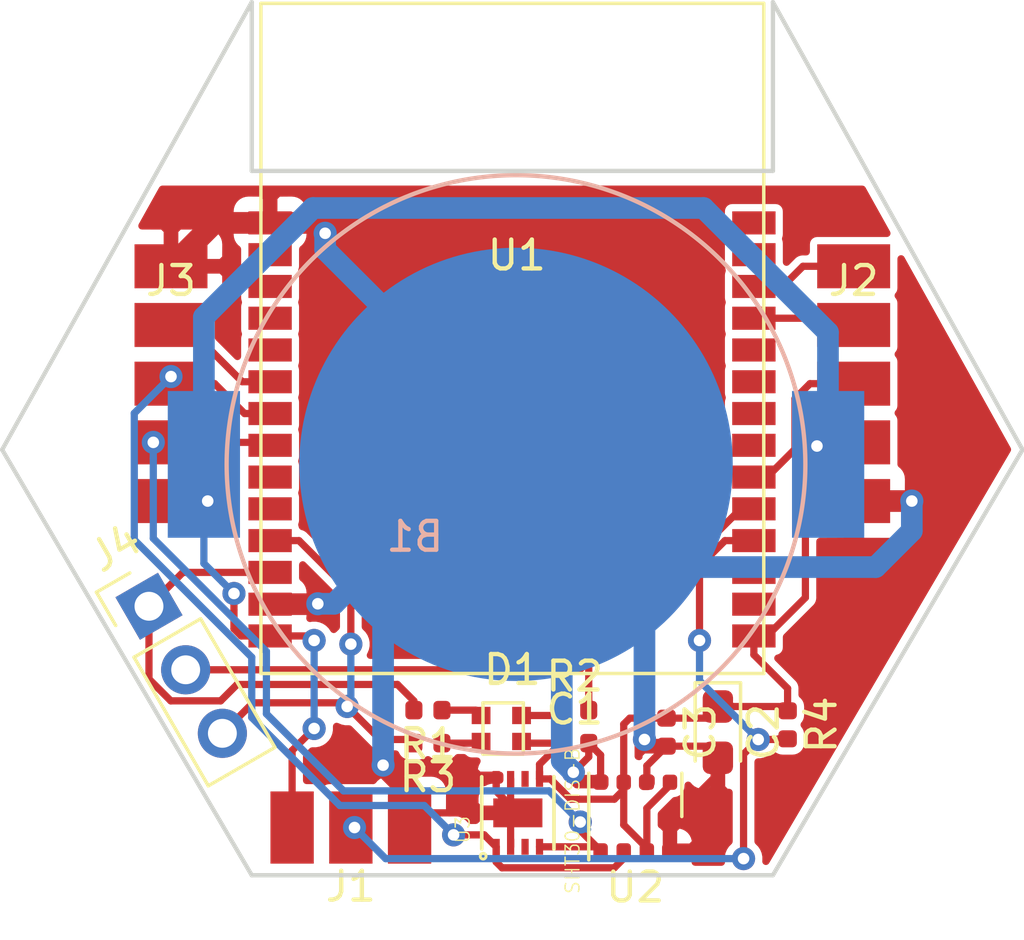
<source format=kicad_pcb>
(kicad_pcb (version 20171130) (host pcbnew 5.1.5-52549c5~84~ubuntu18.04.1)

  (general
    (thickness 1.6)
    (drawings 8)
    (tracks 215)
    (zones 0)
    (modules 16)
    (nets 32)
  )

  (page A4)
  (layers
    (0 F.Cu signal)
    (31 B.Cu signal)
    (32 B.Adhes user)
    (33 F.Adhes user)
    (34 B.Paste user)
    (35 F.Paste user)
    (36 B.SilkS user)
    (37 F.SilkS user)
    (38 B.Mask user)
    (39 F.Mask user)
    (40 Dwgs.User user)
    (41 Cmts.User user)
    (42 Eco1.User user)
    (43 Eco2.User user)
    (44 Edge.Cuts user)
    (45 Margin user)
    (46 B.CrtYd user)
    (47 F.CrtYd user)
    (48 B.Fab user)
    (49 F.Fab user)
  )

  (setup
    (last_trace_width 0.25)
    (user_trace_width 0.1)
    (user_trace_width 0.25)
    (user_trace_width 0.75)
    (trace_clearance 0.1)
    (zone_clearance 0.25)
    (zone_45_only no)
    (trace_min 0.1)
    (via_size 0.8)
    (via_drill 0.4)
    (via_min_size 0.4)
    (via_min_drill 0.3)
    (uvia_size 0.3)
    (uvia_drill 0.1)
    (uvias_allowed no)
    (uvia_min_size 0.2)
    (uvia_min_drill 0.1)
    (edge_width 0.15)
    (segment_width 0.2)
    (pcb_text_width 0.3)
    (pcb_text_size 1.5 1.5)
    (mod_edge_width 0.15)
    (mod_text_size 1 1)
    (mod_text_width 0.15)
    (pad_size 1.524 1.524)
    (pad_drill 0.762)
    (pad_to_mask_clearance 0.051)
    (solder_mask_min_width 0.25)
    (aux_axis_origin 0 0)
    (visible_elements FFFFFF7F)
    (pcbplotparams
      (layerselection 0x010fc_ffffffff)
      (usegerberextensions false)
      (usegerberattributes false)
      (usegerberadvancedattributes false)
      (creategerberjobfile false)
      (excludeedgelayer true)
      (linewidth 0.100000)
      (plotframeref false)
      (viasonmask false)
      (mode 1)
      (useauxorigin false)
      (hpglpennumber 1)
      (hpglpenspeed 20)
      (hpglpendiameter 15.000000)
      (psnegative false)
      (psa4output false)
      (plotreference true)
      (plotvalue true)
      (plotinvisibletext false)
      (padsonsilk false)
      (subtractmaskfromsilk false)
      (outputformat 1)
      (mirror false)
      (drillshape 0)
      (scaleselection 1)
      (outputdirectory "/home/bartlomiejzarnowski/Desktop/Marek-gerber/"))
  )

  (net 0 "")
  (net 1 +3V3)
  (net 2 GND)
  (net 3 /SWDIO_EXT)
  (net 4 /SWDCLK_EXT)
  (net 5 /nRESET)
  (net 6 /SDA)
  (net 7 /SCL)
  (net 8 /DS18B20)
  (net 9 "Net-(U3-Pad3)")
  (net 10 "Net-(U3-Pad6)")
  (net 11 /ANALOG-1)
  (net 12 "Net-(D1-Pad4)")
  (net 13 "Net-(D1-Pad3)")
  (net 14 "Net-(D1-Pad1)")
  (net 15 /LED_R)
  (net 16 /LED_G)
  (net 17 /LED_B)
  (net 18 "Net-(U1-Pad5)")
  (net 19 "Net-(U1-Pad6)")
  (net 20 "Net-(U1-Pad10)")
  (net 21 "Net-(U1-Pad11)")
  (net 22 "Net-(U1-Pad12)")
  (net 23 "Net-(U1-Pad13)")
  (net 24 "Net-(U1-Pad16)")
  (net 25 "Net-(U1-Pad17)")
  (net 26 "Net-(U1-Pad21)")
  (net 27 "Net-(U1-Pad22)")
  (net 28 "Net-(U1-Pad23)")
  (net 29 "Net-(U1-Pad24)")
  (net 30 "Net-(U1-Pad27)")
  (net 31 "Net-(U1-Pad28)")

  (net_class Default "This is the default net class."
    (clearance 0.1)
    (trace_width 0.25)
    (via_dia 0.8)
    (via_drill 0.4)
    (uvia_dia 0.3)
    (uvia_drill 0.1)
    (add_net +3V3)
    (add_net /ANALOG-1)
    (add_net /DS18B20)
    (add_net /LED_B)
    (add_net /LED_G)
    (add_net /LED_R)
    (add_net /SCL)
    (add_net /SDA)
    (add_net /SWDCLK_EXT)
    (add_net /SWDIO_EXT)
    (add_net /nRESET)
    (add_net GND)
    (add_net "Net-(D1-Pad1)")
    (add_net "Net-(D1-Pad3)")
    (add_net "Net-(D1-Pad4)")
    (add_net "Net-(U1-Pad10)")
    (add_net "Net-(U1-Pad11)")
    (add_net "Net-(U1-Pad12)")
    (add_net "Net-(U1-Pad13)")
    (add_net "Net-(U1-Pad16)")
    (add_net "Net-(U1-Pad17)")
    (add_net "Net-(U1-Pad21)")
    (add_net "Net-(U1-Pad22)")
    (add_net "Net-(U1-Pad23)")
    (add_net "Net-(U1-Pad24)")
    (add_net "Net-(U1-Pad27)")
    (add_net "Net-(U1-Pad28)")
    (add_net "Net-(U1-Pad5)")
    (add_net "Net-(U1-Pad6)")
    (add_net "Net-(U3-Pad3)")
    (add_net "Net-(U3-Pad6)")
  )

  (module Connector_PinHeader_2.54mm:PinHeader_1x03_P2.54mm_Vertical (layer F.Cu) (tedit 59FED5CC) (tstamp 5E340904)
    (at 143.002 122.768295 30)
    (descr "Through hole straight pin header, 1x03, 2.54mm pitch, single row")
    (tags "Through hole pin header THT 1x03 2.54mm single row")
    (path /5E41465F)
    (fp_text reference J4 (at 0 -2.33 30) (layer F.SilkS)
      (effects (font (size 1 1) (thickness 0.15)))
    )
    (fp_text value BTN (at 0 7.41 30) (layer F.Fab)
      (effects (font (size 1 1) (thickness 0.15)))
    )
    (fp_text user %R (at 0 2.54 120) (layer F.Fab)
      (effects (font (size 1 1) (thickness 0.15)))
    )
    (fp_line (start 1.8 -1.8) (end -1.8 -1.8) (layer F.CrtYd) (width 0.05))
    (fp_line (start 1.8 6.85) (end 1.8 -1.8) (layer F.CrtYd) (width 0.05))
    (fp_line (start -1.8 6.85) (end 1.8 6.85) (layer F.CrtYd) (width 0.05))
    (fp_line (start -1.8 -1.8) (end -1.8 6.85) (layer F.CrtYd) (width 0.05))
    (fp_line (start -1.33 -1.33) (end 0 -1.33) (layer F.SilkS) (width 0.12))
    (fp_line (start -1.33 0) (end -1.33 -1.33) (layer F.SilkS) (width 0.12))
    (fp_line (start -1.33 1.27) (end 1.33 1.27) (layer F.SilkS) (width 0.12))
    (fp_line (start 1.33 1.27) (end 1.33 6.41) (layer F.SilkS) (width 0.12))
    (fp_line (start -1.33 1.27) (end -1.33 6.41) (layer F.SilkS) (width 0.12))
    (fp_line (start -1.33 6.41) (end 1.33 6.41) (layer F.SilkS) (width 0.12))
    (fp_line (start -1.27 -0.635) (end -0.635 -1.27) (layer F.Fab) (width 0.1))
    (fp_line (start -1.27 6.35) (end -1.27 -0.635) (layer F.Fab) (width 0.1))
    (fp_line (start 1.27 6.35) (end -1.27 6.35) (layer F.Fab) (width 0.1))
    (fp_line (start 1.27 -1.27) (end 1.27 6.35) (layer F.Fab) (width 0.1))
    (fp_line (start -0.635 -1.27) (end 1.27 -1.27) (layer F.Fab) (width 0.1))
    (pad 3 thru_hole oval (at 0 5.08 30) (size 1.7 1.7) (drill 1) (layers *.Cu *.Mask)
      (net 17 /LED_B))
    (pad 2 thru_hole oval (at 0 2.54 30) (size 1.7 1.7) (drill 1) (layers *.Cu *.Mask)
      (net 16 /LED_G))
    (pad 1 thru_hole rect (at 0 0 30) (size 1.7 1.7) (drill 1) (layers *.Cu *.Mask)
      (net 15 /LED_R))
    (model ${KISYS3DMOD}/Connector_PinHeader_2.54mm.3dshapes/PinHeader_1x03_P2.54mm_Vertical.wrl
      (at (xyz 0 0 0))
      (scale (xyz 1 1 1))
      (rotate (xyz 0 0 0))
    )
  )

  (module CR2032_BatHolder:Cr2032-Holder (layer B.Cu) (tedit 5DF0F794) (tstamp 5DF1475D)
    (at 155.702 117.856)
    (path /5D75D3B3)
    (fp_text reference B1 (at -3.5 2.5) (layer B.SilkS)
      (effects (font (size 1 1) (thickness 0.15)) (justify mirror))
    )
    (fp_text value Battery (at 0 4) (layer B.Fab)
      (effects (font (size 1 1) (thickness 0.15)) (justify mirror))
    )
    (fp_circle (center 0 0) (end 10 -0.5) (layer B.SilkS) (width 0.15))
    (pad 2 smd circle (at 0 0) (size 15 15) (layers B.Cu B.Mask)
      (net 2 GND))
    (pad 1 smd rect (at -10.8 0) (size 2.5 5.08) (layers B.Cu B.Paste B.Mask)
      (net 1 +3V3))
    (pad 1 smd rect (at 10.8 0) (size 2.5 5.08) (layers B.Cu B.Paste B.Mask)
      (net 1 +3V3))
  )

  (module Resistor_SMD:R_0402_1005Metric (layer F.Cu) (tedit 5B301BBD) (tstamp 5DF128A4)
    (at 152.654 127.508 180)
    (descr "Resistor SMD 0402 (1005 Metric), square (rectangular) end terminal, IPC_7351 nominal, (Body size source: http://www.tortai-tech.com/upload/download/2011102023233369053.pdf), generated with kicad-footprint-generator")
    (tags resistor)
    (path /5DF57166)
    (attr smd)
    (fp_text reference R3 (at 0 -1.17) (layer F.SilkS)
      (effects (font (size 1 1) (thickness 0.15)))
    )
    (fp_text value 10 (at 0 1.17) (layer F.Fab)
      (effects (font (size 1 1) (thickness 0.15)))
    )
    (fp_text user %R (at 0 0) (layer F.Fab)
      (effects (font (size 0.25 0.25) (thickness 0.04)))
    )
    (fp_line (start 0.93 0.47) (end -0.93 0.47) (layer F.CrtYd) (width 0.05))
    (fp_line (start 0.93 -0.47) (end 0.93 0.47) (layer F.CrtYd) (width 0.05))
    (fp_line (start -0.93 -0.47) (end 0.93 -0.47) (layer F.CrtYd) (width 0.05))
    (fp_line (start -0.93 0.47) (end -0.93 -0.47) (layer F.CrtYd) (width 0.05))
    (fp_line (start 0.5 0.25) (end -0.5 0.25) (layer F.Fab) (width 0.1))
    (fp_line (start 0.5 -0.25) (end 0.5 0.25) (layer F.Fab) (width 0.1))
    (fp_line (start -0.5 -0.25) (end 0.5 -0.25) (layer F.Fab) (width 0.1))
    (fp_line (start -0.5 0.25) (end -0.5 -0.25) (layer F.Fab) (width 0.1))
    (pad 2 smd roundrect (at 0.485 0 180) (size 0.59 0.64) (layers F.Cu F.Paste F.Mask) (roundrect_rratio 0.25)
      (net 17 /LED_B))
    (pad 1 smd roundrect (at -0.485 0 180) (size 0.59 0.64) (layers F.Cu F.Paste F.Mask) (roundrect_rratio 0.25)
      (net 14 "Net-(D1-Pad1)"))
    (model ${KISYS3DMOD}/Resistor_SMD.3dshapes/R_0402_1005Metric.wrl
      (at (xyz 0 0 0))
      (scale (xyz 1 1 1))
      (rotate (xyz 0 0 0))
    )
  )

  (module Resistor_SMD:R_0402_1005Metric (layer F.Cu) (tedit 5B301BBD) (tstamp 5DF12C21)
    (at 157.734 126.365)
    (descr "Resistor SMD 0402 (1005 Metric), square (rectangular) end terminal, IPC_7351 nominal, (Body size source: http://www.tortai-tech.com/upload/download/2011102023233369053.pdf), generated with kicad-footprint-generator")
    (tags resistor)
    (path /5DF56DBB)
    (attr smd)
    (fp_text reference R2 (at 0 -1.17) (layer F.SilkS)
      (effects (font (size 1 1) (thickness 0.15)))
    )
    (fp_text value 10 (at 0 1.17) (layer F.Fab)
      (effects (font (size 1 1) (thickness 0.15)))
    )
    (fp_text user %R (at 0 0) (layer F.Fab)
      (effects (font (size 0.25 0.25) (thickness 0.04)))
    )
    (fp_line (start 0.93 0.47) (end -0.93 0.47) (layer F.CrtYd) (width 0.05))
    (fp_line (start 0.93 -0.47) (end 0.93 0.47) (layer F.CrtYd) (width 0.05))
    (fp_line (start -0.93 -0.47) (end 0.93 -0.47) (layer F.CrtYd) (width 0.05))
    (fp_line (start -0.93 0.47) (end -0.93 -0.47) (layer F.CrtYd) (width 0.05))
    (fp_line (start 0.5 0.25) (end -0.5 0.25) (layer F.Fab) (width 0.1))
    (fp_line (start 0.5 -0.25) (end 0.5 0.25) (layer F.Fab) (width 0.1))
    (fp_line (start -0.5 -0.25) (end 0.5 -0.25) (layer F.Fab) (width 0.1))
    (fp_line (start -0.5 0.25) (end -0.5 -0.25) (layer F.Fab) (width 0.1))
    (pad 2 smd roundrect (at 0.485 0) (size 0.59 0.64) (layers F.Cu F.Paste F.Mask) (roundrect_rratio 0.25)
      (net 16 /LED_G))
    (pad 1 smd roundrect (at -0.485 0) (size 0.59 0.64) (layers F.Cu F.Paste F.Mask) (roundrect_rratio 0.25)
      (net 12 "Net-(D1-Pad4)"))
    (model ${KISYS3DMOD}/Resistor_SMD.3dshapes/R_0402_1005Metric.wrl
      (at (xyz 0 0 0))
      (scale (xyz 1 1 1))
      (rotate (xyz 0 0 0))
    )
  )

  (module Resistor_SMD:R_0402_1005Metric (layer F.Cu) (tedit 5B301BBD) (tstamp 5DF12886)
    (at 152.654 126.365 180)
    (descr "Resistor SMD 0402 (1005 Metric), square (rectangular) end terminal, IPC_7351 nominal, (Body size source: http://www.tortai-tech.com/upload/download/2011102023233369053.pdf), generated with kicad-footprint-generator")
    (tags resistor)
    (path /5DF554B3)
    (attr smd)
    (fp_text reference R1 (at 0 -1.17) (layer F.SilkS)
      (effects (font (size 1 1) (thickness 0.15)))
    )
    (fp_text value 10 (at 0 1.17) (layer F.Fab)
      (effects (font (size 1 1) (thickness 0.15)))
    )
    (fp_text user %R (at 0 0) (layer F.Fab)
      (effects (font (size 0.25 0.25) (thickness 0.04)))
    )
    (fp_line (start 0.93 0.47) (end -0.93 0.47) (layer F.CrtYd) (width 0.05))
    (fp_line (start 0.93 -0.47) (end 0.93 0.47) (layer F.CrtYd) (width 0.05))
    (fp_line (start -0.93 -0.47) (end 0.93 -0.47) (layer F.CrtYd) (width 0.05))
    (fp_line (start -0.93 0.47) (end -0.93 -0.47) (layer F.CrtYd) (width 0.05))
    (fp_line (start 0.5 0.25) (end -0.5 0.25) (layer F.Fab) (width 0.1))
    (fp_line (start 0.5 -0.25) (end 0.5 0.25) (layer F.Fab) (width 0.1))
    (fp_line (start -0.5 -0.25) (end 0.5 -0.25) (layer F.Fab) (width 0.1))
    (fp_line (start -0.5 0.25) (end -0.5 -0.25) (layer F.Fab) (width 0.1))
    (pad 2 smd roundrect (at 0.485 0 180) (size 0.59 0.64) (layers F.Cu F.Paste F.Mask) (roundrect_rratio 0.25)
      (net 15 /LED_R))
    (pad 1 smd roundrect (at -0.485 0 180) (size 0.59 0.64) (layers F.Cu F.Paste F.Mask) (roundrect_rratio 0.25)
      (net 13 "Net-(D1-Pad3)"))
    (model ${KISYS3DMOD}/Resistor_SMD.3dshapes/R_0402_1005Metric.wrl
      (at (xyz 0 0 0))
      (scale (xyz 1 1 1))
      (rotate (xyz 0 0 0))
    )
  )

  (module Everlight:Everlight_19-237_R6GHBHC-M07_2T (layer F.Cu) (tedit 5DF0CB39) (tstamp 5DF14587)
    (at 155.194 127)
    (path /5DF32085)
    (fp_text reference D1 (at 0.381 -2.032) (layer F.SilkS)
      (effects (font (size 1 1) (thickness 0.15)))
    )
    (fp_text value LED_BARG (at 0.127 1.905) (layer F.Fab)
      (effects (font (size 1 1) (thickness 0.15)))
    )
    (fp_line (start 0.762 -0.889) (end -0.635 -0.889) (layer F.SilkS) (width 0.12))
    (fp_line (start 0.762 0.889) (end 0.762 -0.889) (layer F.SilkS) (width 0.12))
    (fp_line (start -0.635 0.889) (end 0.762 0.889) (layer F.SilkS) (width 0.12))
    (fp_line (start -0.635 -0.889) (end -0.635 0.889) (layer F.SilkS) (width 0.12))
    (pad 4 smd rect (at 0.7 -0.45) (size 0.65 0.6) (layers F.Cu F.Paste F.Mask)
      (net 12 "Net-(D1-Pad4)"))
    (pad 3 smd rect (at -0.7 -0.45) (size 0.65 0.6) (layers F.Cu F.Paste F.Mask)
      (net 13 "Net-(D1-Pad3)"))
    (pad 2 smd rect (at 0.7 0.45) (size 0.65 0.6) (layers F.Cu F.Paste F.Mask)
      (net 1 +3V3))
    (pad 1 smd rect (at -0.7 0.45) (size 0.65 0.6) (layers F.Cu F.Paste F.Mask)
      (net 14 "Net-(D1-Pad1)"))
  )

  (module Capacitor_SMD:C_0402_1005Metric (layer F.Cu) (tedit 5B301BBE) (tstamp 5DC0399B)
    (at 157.734 127.508)
    (descr "Capacitor SMD 0402 (1005 Metric), square (rectangular) end terminal, IPC_7351 nominal, (Body size source: http://www.tortai-tech.com/upload/download/2011102023233369053.pdf), generated with kicad-footprint-generator")
    (tags capacitor)
    (path /5C5F7FF2)
    (attr smd)
    (fp_text reference C1 (at 0 -1.17 180) (layer F.SilkS)
      (effects (font (size 1 1) (thickness 0.15)))
    )
    (fp_text value 100nF (at 0 1.17 180) (layer F.Fab)
      (effects (font (size 1 1) (thickness 0.15)))
    )
    (fp_text user %R (at 0 0 180) (layer F.Fab)
      (effects (font (size 0.25 0.25) (thickness 0.04)))
    )
    (fp_line (start 0.93 0.47) (end -0.93 0.47) (layer F.CrtYd) (width 0.05))
    (fp_line (start 0.93 -0.47) (end 0.93 0.47) (layer F.CrtYd) (width 0.05))
    (fp_line (start -0.93 -0.47) (end 0.93 -0.47) (layer F.CrtYd) (width 0.05))
    (fp_line (start -0.93 0.47) (end -0.93 -0.47) (layer F.CrtYd) (width 0.05))
    (fp_line (start 0.5 0.25) (end -0.5 0.25) (layer F.Fab) (width 0.1))
    (fp_line (start 0.5 -0.25) (end 0.5 0.25) (layer F.Fab) (width 0.1))
    (fp_line (start -0.5 -0.25) (end 0.5 -0.25) (layer F.Fab) (width 0.1))
    (fp_line (start -0.5 0.25) (end -0.5 -0.25) (layer F.Fab) (width 0.1))
    (pad 2 smd roundrect (at 0.485 0) (size 0.59 0.64) (layers F.Cu F.Paste F.Mask) (roundrect_rratio 0.25)
      (net 2 GND))
    (pad 1 smd roundrect (at -0.485 0) (size 0.59 0.64) (layers F.Cu F.Paste F.Mask) (roundrect_rratio 0.25)
      (net 1 +3V3))
    (model ${KISYS3DMOD}/Capacitor_SMD.3dshapes/C_0402_1005Metric.wrl
      (at (xyz 0 0 0))
      (scale (xyz 1 1 1))
      (rotate (xyz 0 0 0))
    )
  )

  (module Capacitor_Tantalum_SMD:CP_EIA-2012-12_Kemet-R (layer F.Cu) (tedit 5B301BBE) (tstamp 5DC03969)
    (at 162.687 127.127 270)
    (descr "Tantalum Capacitor SMD Kemet-R (2012-12 Metric), IPC_7351 nominal, (Body size from: https://www.vishay.com/docs/40182/tmch.pdf), generated with kicad-footprint-generator")
    (tags "capacitor tantalum")
    (path /5CB235A5)
    (attr smd)
    (fp_text reference C2 (at 0 -1.58 90) (layer F.SilkS)
      (effects (font (size 1 1) (thickness 0.15)))
    )
    (fp_text value 10uF (at 0 1.58 90) (layer F.Fab)
      (effects (font (size 1 1) (thickness 0.15)))
    )
    (fp_text user %R (at 0 0 90) (layer F.Fab)
      (effects (font (size 0.5 0.5) (thickness 0.08)))
    )
    (fp_line (start 1.7 0.88) (end -1.7 0.88) (layer F.CrtYd) (width 0.05))
    (fp_line (start 1.7 -0.88) (end 1.7 0.88) (layer F.CrtYd) (width 0.05))
    (fp_line (start -1.7 -0.88) (end 1.7 -0.88) (layer F.CrtYd) (width 0.05))
    (fp_line (start -1.7 0.88) (end -1.7 -0.88) (layer F.CrtYd) (width 0.05))
    (fp_line (start -1.71 0.785) (end 1 0.785) (layer F.SilkS) (width 0.12))
    (fp_line (start -1.71 -0.785) (end -1.71 0.785) (layer F.SilkS) (width 0.12))
    (fp_line (start 1 -0.785) (end -1.71 -0.785) (layer F.SilkS) (width 0.12))
    (fp_line (start 1 0.625) (end 1 -0.625) (layer F.Fab) (width 0.1))
    (fp_line (start -1 0.625) (end 1 0.625) (layer F.Fab) (width 0.1))
    (fp_line (start -1 -0.3125) (end -1 0.625) (layer F.Fab) (width 0.1))
    (fp_line (start -0.6875 -0.625) (end -1 -0.3125) (layer F.Fab) (width 0.1))
    (fp_line (start 1 -0.625) (end -0.6875 -0.625) (layer F.Fab) (width 0.1))
    (pad 2 smd roundrect (at 0.8875 0 270) (size 1.125 1.05) (layers F.Cu F.Paste F.Mask) (roundrect_rratio 0.238095)
      (net 2 GND))
    (pad 1 smd roundrect (at -0.8875 0 270) (size 1.125 1.05) (layers F.Cu F.Paste F.Mask) (roundrect_rratio 0.238095)
      (net 1 +3V3))
    (model ${KISYS3DMOD}/Capacitor_Tantalum_SMD.3dshapes/CP_EIA-2012-12_Kemet-R.wrl
      (at (xyz 0 0 0))
      (scale (xyz 1 1 1))
      (rotate (xyz 0 0 0))
    )
  )

  (module Capacitor_SMD:C_0402_1005Metric (layer F.Cu) (tedit 5B301BBE) (tstamp 5DC039C8)
    (at 160.909 127.127 270)
    (descr "Capacitor SMD 0402 (1005 Metric), square (rectangular) end terminal, IPC_7351 nominal, (Body size source: http://www.tortai-tech.com/upload/download/2011102023233369053.pdf), generated with kicad-footprint-generator")
    (tags capacitor)
    (path /5DCBD7BD)
    (attr smd)
    (fp_text reference C3 (at 0 -1.17 90) (layer F.SilkS)
      (effects (font (size 1 1) (thickness 0.15)))
    )
    (fp_text value 100nF (at 0 1.17 90) (layer F.Fab)
      (effects (font (size 1 1) (thickness 0.15)))
    )
    (fp_text user %R (at 0 0 90) (layer F.Fab)
      (effects (font (size 0.25 0.25) (thickness 0.04)))
    )
    (fp_line (start 0.93 0.47) (end -0.93 0.47) (layer F.CrtYd) (width 0.05))
    (fp_line (start 0.93 -0.47) (end 0.93 0.47) (layer F.CrtYd) (width 0.05))
    (fp_line (start -0.93 -0.47) (end 0.93 -0.47) (layer F.CrtYd) (width 0.05))
    (fp_line (start -0.93 0.47) (end -0.93 -0.47) (layer F.CrtYd) (width 0.05))
    (fp_line (start 0.5 0.25) (end -0.5 0.25) (layer F.Fab) (width 0.1))
    (fp_line (start 0.5 -0.25) (end 0.5 0.25) (layer F.Fab) (width 0.1))
    (fp_line (start -0.5 -0.25) (end 0.5 -0.25) (layer F.Fab) (width 0.1))
    (fp_line (start -0.5 0.25) (end -0.5 -0.25) (layer F.Fab) (width 0.1))
    (pad 2 smd roundrect (at 0.485 0 270) (size 0.59 0.64) (layers F.Cu F.Paste F.Mask) (roundrect_rratio 0.25)
      (net 2 GND))
    (pad 1 smd roundrect (at -0.485 0 270) (size 0.59 0.64) (layers F.Cu F.Paste F.Mask) (roundrect_rratio 0.25)
      (net 1 +3V3))
    (model ${KISYS3DMOD}/Capacitor_SMD.3dshapes/C_0402_1005Metric.wrl
      (at (xyz 0 0 0))
      (scale (xyz 1 1 1))
      (rotate (xyz 0 0 0))
    )
  )

  (module Pads:3Pads (layer F.Cu) (tedit 5DF0F805) (tstamp 5DC03237)
    (at 149.987 132.969 180)
    (path /5D66D7F7)
    (fp_text reference J1 (at 0 0.5) (layer F.SilkS)
      (effects (font (size 1 1) (thickness 0.15)))
    )
    (fp_text value DS18B20 (at 0 -0.5) (layer F.Fab)
      (effects (font (size 1 1) (thickness 0.15)))
    )
    (pad 3 smd rect (at 2.032 2.54 180) (size 1.5 2.5) (layers F.Cu F.Paste F.Mask)
      (net 1 +3V3))
    (pad 2 smd rect (at 0 2.54 180) (size 1.5 2.5) (layers F.Cu F.Paste F.Mask)
      (net 8 /DS18B20))
    (pad 1 smd rect (at -2.032 2.54 180) (size 1.5 2.5) (layers F.Cu F.Paste F.Mask)
      (net 2 GND))
  )

  (module Resistor_SMD:R_0402_1005Metric (layer F.Cu) (tedit 5B301BBD) (tstamp 5DDB94B8)
    (at 165.1 126.873 270)
    (descr "Resistor SMD 0402 (1005 Metric), square (rectangular) end terminal, IPC_7351 nominal, (Body size source: http://www.tortai-tech.com/upload/download/2011102023233369053.pdf), generated with kicad-footprint-generator")
    (tags resistor)
    (path /5C6F1E14)
    (attr smd)
    (fp_text reference R4 (at 0 -1.17 270) (layer F.SilkS)
      (effects (font (size 1 1) (thickness 0.15)))
    )
    (fp_text value 4,7k (at 0 1.17 270) (layer F.Fab)
      (effects (font (size 1 1) (thickness 0.15)))
    )
    (fp_text user %R (at 0 0 270) (layer F.Fab)
      (effects (font (size 0.25 0.25) (thickness 0.04)))
    )
    (fp_line (start 0.93 0.47) (end -0.93 0.47) (layer F.CrtYd) (width 0.05))
    (fp_line (start 0.93 -0.47) (end 0.93 0.47) (layer F.CrtYd) (width 0.05))
    (fp_line (start -0.93 -0.47) (end 0.93 -0.47) (layer F.CrtYd) (width 0.05))
    (fp_line (start -0.93 0.47) (end -0.93 -0.47) (layer F.CrtYd) (width 0.05))
    (fp_line (start 0.5 0.25) (end -0.5 0.25) (layer F.Fab) (width 0.1))
    (fp_line (start 0.5 -0.25) (end 0.5 0.25) (layer F.Fab) (width 0.1))
    (fp_line (start -0.5 -0.25) (end 0.5 -0.25) (layer F.Fab) (width 0.1))
    (fp_line (start -0.5 0.25) (end -0.5 -0.25) (layer F.Fab) (width 0.1))
    (pad 2 smd roundrect (at 0.485 0 270) (size 0.59 0.64) (layers F.Cu F.Paste F.Mask) (roundrect_rratio 0.25)
      (net 8 /DS18B20))
    (pad 1 smd roundrect (at -0.485 0 270) (size 0.59 0.64) (layers F.Cu F.Paste F.Mask) (roundrect_rratio 0.25)
      (net 1 +3V3))
    (model ${KISYS3DMOD}/Resistor_SMD.3dshapes/R_0402_1005Metric.wrl
      (at (xyz 0 0 0))
      (scale (xyz 1 1 1))
      (rotate (xyz 0 0 0))
    )
  )

  (module Pads:5xPad (layer F.Cu) (tedit 5DF0EAF0) (tstamp 5DF1492F)
    (at 167.386 110.998)
    (path /5E03DCED)
    (fp_text reference J2 (at 0 0.5) (layer F.SilkS)
      (effects (font (size 1 1) (thickness 0.15)))
    )
    (fp_text value PROG_PORT (at 2.032 4.826 90) (layer F.Fab)
      (effects (font (size 1 1) (thickness 0.15)))
    )
    (pad 5 smd rect (at 0 8.128) (size 2.524 1.524) (layers F.Cu F.Paste F.Mask)
      (net 2 GND))
    (pad 4 smd rect (at 0 6.096) (size 2.524 1.524) (layers F.Cu F.Paste F.Mask)
      (net 1 +3V3))
    (pad 3 smd rect (at 0 4.064) (size 2.524 1.524) (layers F.Cu F.Paste F.Mask)
      (net 5 /nRESET))
    (pad 2 smd rect (at 0 2.032) (size 2.524 1.524) (layers F.Cu F.Paste F.Mask)
      (net 3 /SWDIO_EXT))
    (pad 1 smd rect (at 0 0) (size 2.524 1.524) (layers F.Cu F.Paste F.Mask)
      (net 4 /SWDCLK_EXT))
  )

  (module Pads:5xPad (layer F.Cu) (tedit 5DF0EAF0) (tstamp 5DF14FB3)
    (at 143.764 110.998)
    (path /5E022212)
    (fp_text reference J3 (at 0 0.5) (layer F.SilkS)
      (effects (font (size 1 1) (thickness 0.15)))
    )
    (fp_text value EXT_PORT (at -2.032 4.826 90) (layer F.Fab)
      (effects (font (size 1 1) (thickness 0.15)))
    )
    (pad 5 smd rect (at 0 8.128) (size 2.524 1.524) (layers F.Cu F.Paste F.Mask)
      (net 1 +3V3))
    (pad 4 smd rect (at 0 6.096) (size 2.524 1.524) (layers F.Cu F.Paste F.Mask)
      (net 7 /SCL))
    (pad 3 smd rect (at 0 4.064) (size 2.524 1.524) (layers F.Cu F.Paste F.Mask)
      (net 6 /SDA))
    (pad 2 smd rect (at 0 2.032) (size 2.524 1.524) (layers F.Cu F.Paste F.Mask)
      (net 11 /ANALOG-1))
    (pad 1 smd rect (at 0 0) (size 2.524 1.524) (layers F.Cu F.Paste F.Mask)
      (net 2 GND))
  )

  (module Package_LGA:Bosch_LGA-8_3x3mm_P0.8mm_ClockwisePinNumbering (layer F.Cu) (tedit 5CF93F4A) (tstamp 5E34350E)
    (at 159.8295 130.048 180)
    (descr "Bosch  LGA, 8 Pin (https://ae-bst.resource.bosch.com/media/_tech/media/datasheets/BST-BME680-DS001-00.pdf#page=44), generated with kicad-footprint-generator ipc_noLead_generator.py")
    (tags "Bosch LGA NoLead")
    (path /5DC4A160)
    (attr smd)
    (fp_text reference U2 (at 0 -2.45) (layer F.SilkS)
      (effects (font (size 1 1) (thickness 0.15)))
    )
    (fp_text value BME680 (at 0 2.45) (layer F.Fab)
      (effects (font (size 1 1) (thickness 0.15)))
    )
    (fp_text user %R (at 0 0) (layer F.Fab)
      (effects (font (size 0.75 0.75) (thickness 0.11)))
    )
    (fp_line (start 1.75 -1.75) (end -1.75 -1.75) (layer F.CrtYd) (width 0.05))
    (fp_line (start 1.75 1.75) (end 1.75 -1.75) (layer F.CrtYd) (width 0.05))
    (fp_line (start -1.75 1.75) (end 1.75 1.75) (layer F.CrtYd) (width 0.05))
    (fp_line (start -1.75 -1.75) (end -1.75 1.75) (layer F.CrtYd) (width 0.05))
    (fp_line (start -1.5 -0.75) (end -0.75 -1.5) (layer F.Fab) (width 0.1))
    (fp_line (start -1.5 1.5) (end -1.5 -0.75) (layer F.Fab) (width 0.1))
    (fp_line (start 1.5 1.5) (end -1.5 1.5) (layer F.Fab) (width 0.1))
    (fp_line (start 1.5 -1.5) (end 1.5 1.5) (layer F.Fab) (width 0.1))
    (fp_line (start -0.75 -1.5) (end 1.5 -1.5) (layer F.Fab) (width 0.1))
    (fp_line (start 1.61 -1.5) (end 1.61 1.5) (layer F.SilkS) (width 0.12))
    (fp_line (start -1.61 0) (end -1.61 1.5) (layer F.SilkS) (width 0.12))
    (pad 8 smd roundrect (at -1.2 1.1875 180) (size 0.5 0.525) (layers F.Cu F.Paste F.Mask) (roundrect_rratio 0.25)
      (net 1 +3V3))
    (pad 7 smd roundrect (at -0.4 1.1875 180) (size 0.5 0.525) (layers F.Cu F.Paste F.Mask) (roundrect_rratio 0.25)
      (net 2 GND))
    (pad 6 smd roundrect (at 0.4 1.1875 180) (size 0.5 0.525) (layers F.Cu F.Paste F.Mask) (roundrect_rratio 0.25)
      (net 1 +3V3))
    (pad 5 smd roundrect (at 1.2 1.1875 180) (size 0.5 0.525) (layers F.Cu F.Paste F.Mask) (roundrect_rratio 0.25)
      (net 2 GND))
    (pad 4 smd roundrect (at 1.2 -1.1875 180) (size 0.5 0.525) (layers F.Cu F.Paste F.Mask) (roundrect_rratio 0.25)
      (net 7 /SCL))
    (pad 3 smd roundrect (at 0.4 -1.1875 180) (size 0.5 0.525) (layers F.Cu F.Paste F.Mask) (roundrect_rratio 0.25)
      (net 6 /SDA))
    (pad 2 smd roundrect (at -0.4 -1.1875 180) (size 0.5 0.525) (layers F.Cu F.Paste F.Mask) (roundrect_rratio 0.25)
      (net 1 +3V3))
    (pad 1 smd roundrect (at -1.2 -1.1875 180) (size 0.5 0.525) (layers F.Cu F.Paste F.Mask) (roundrect_rratio 0.25)
      (net 2 GND))
    (model ${KISYS3DMOD}/Package_LGA.3dshapes/Bosch_LGA-8_3x3mm_P0.8mm_ClockwisePinNumbering.wrl
      (at (xyz 0 0 0))
      (scale (xyz 1 1 1))
      (rotate (xyz 0 0 0))
    )
  )

  (module SHT30-DIS-B:DFN250X250X100-9N (layer F.Cu) (tedit 0) (tstamp 5DF19926)
    (at 155.7655 129.921 90)
    (path /5C5F6E3D)
    (attr smd)
    (fp_text reference U3 (at -0.581394 -1.90676 90) (layer F.SilkS)
      (effects (font (size 0.480494 0.480494) (thickness 0.05)))
    )
    (fp_text value SHT30-DIS-B (at -0.275998 1.8952 90) (layer F.SilkS)
      (effects (font (size 0.480001 0.480001) (thickness 0.05)))
    )
    (fp_circle (center 0 0) (end 0.75 0) (layer Eco2.User) (width 0.127))
    (fp_line (start 1.75 -1.5) (end -1.75 -1.5) (layer Eco1.User) (width 0.127))
    (fp_line (start 1.75 1.5) (end 1.75 -1.5) (layer Eco1.User) (width 0.127))
    (fp_line (start -1.75 1.5) (end 1.75 1.5) (layer Eco1.User) (width 0.127))
    (fp_line (start -1.75 -1.5) (end -1.75 1.5) (layer Eco1.User) (width 0.127))
    (fp_circle (center -1.5 -1.2) (end -1.4 -1.2) (layer F.SilkS) (width 0.1))
    (fp_poly (pts (xy -0.450426 -0.8) (xy 0.45 -0.8) (xy 0.45 0.800757) (xy -0.450426 0.800757)) (layer F.Paste) (width 0))
    (fp_line (start -1.25 -1.25) (end -1.25 1.25) (layer Eco2.User) (width 0.127))
    (fp_line (start 1.25 -1.25) (end -1.25 -1.25) (layer F.SilkS) (width 0.127))
    (fp_line (start 1.25 1.25) (end 1.25 -1.25) (layer Eco2.User) (width 0.127))
    (fp_line (start -1.25 1.25) (end 1.25 1.25) (layer F.SilkS) (width 0.127))
    (pad 9 smd rect (at 0 0 90) (size 1 1.7) (layers F.Cu F.Paste F.Mask)
      (net 2 GND))
    (pad 5 smd rect (at 1.175 0.75 90) (size 0.55 0.25) (layers F.Cu F.Paste F.Mask)
      (net 1 +3V3))
    (pad 6 smd rect (at 1.175 0.25 90) (size 0.55 0.25) (layers F.Cu F.Paste F.Mask)
      (net 10 "Net-(U3-Pad6)"))
    (pad 7 smd rect (at 1.175 -0.25 90) (size 0.55 0.25) (layers F.Cu F.Paste F.Mask)
      (net 2 GND))
    (pad 8 smd rect (at 1.175 -0.75 90) (size 0.55 0.25) (layers F.Cu F.Paste F.Mask)
      (net 2 GND))
    (pad 4 smd rect (at -1.175 0.75 90) (size 0.55 0.25) (layers F.Cu F.Paste F.Mask)
      (net 7 /SCL))
    (pad 3 smd rect (at -1.175 0.25 90) (size 0.55 0.25) (layers F.Cu F.Paste F.Mask)
      (net 9 "Net-(U3-Pad3)"))
    (pad 2 smd rect (at -1.175 -0.25 90) (size 0.55 0.25) (layers F.Cu F.Paste F.Mask)
      (net 2 GND))
    (pad 1 smd rect (at -1.175 -0.75 90) (size 0.55 0.25) (layers F.Cu F.Paste F.Mask)
      (net 6 /SDA))
  )

  (module minew:MS88SF2 (layer F.Cu) (tedit 5E32EE3E) (tstamp 5E3344FD)
    (at 155.575 107.696)
    (path /5E35B3FE)
    (fp_text reference U1 (at 0.1524 2.921) (layer F.SilkS)
      (effects (font (size 1 1) (thickness 0.15)))
    )
    (fp_text value MS88SF2 (at 0.508 1.27) (layer F.Fab)
      (effects (font (size 1 1) (thickness 0.15)))
    )
    (fp_line (start -8.7 17.4) (end -8.7 -5.8) (layer F.SilkS) (width 0.12))
    (fp_line (start -8.7 -5.8) (end 8.7 -5.8) (layer F.SilkS) (width 0.12))
    (fp_line (start 8.7 -5.8) (end 8.7 17.4) (layer F.SilkS) (width 0.12))
    (fp_line (start 8.7 17.4) (end -8.7 17.4) (layer F.SilkS) (width 0.12))
    (fp_line (start -8.6868 -0.0508) (end 8.5852 -0.0508) (layer Dwgs.User) (width 0.12))
    (fp_line (start -5.08 -5.08) (end -7.62 -2.54) (layer Dwgs.User) (width 0.12))
    (fp_line (start -2.54 -5.08) (end -7.62 0) (layer Dwgs.User) (width 0.12))
    (fp_line (start 0 -5.08) (end -5.08 0) (layer Dwgs.User) (width 0.12))
    (fp_line (start 2.54 -5.08) (end -2.54 0) (layer Dwgs.User) (width 0.12))
    (fp_line (start 5.08 -5.08) (end 0 0) (layer Dwgs.User) (width 0.12))
    (fp_line (start 7.62 -5.08) (end 2.54 0) (layer Dwgs.User) (width 0.12))
    (fp_line (start 5.08 0) (end 7.62 -2.54) (layer Dwgs.User) (width 0.12))
    (pad 1 smd rect (at -8.382 16.1) (size 1.5 0.8) (layers F.Cu F.Paste F.Mask)
      (net 1 +3V3))
    (pad 2 smd rect (at -8.382 15) (size 1.5 0.8) (layers F.Cu F.Paste F.Mask)
      (net 2 GND))
    (pad 3 smd rect (at -8.382 13.9) (size 1.5 0.8) (layers F.Cu F.Paste F.Mask)
      (net 15 /LED_R))
    (pad 4 smd rect (at -8.382 12.8) (size 1.5 0.8) (layers F.Cu F.Paste F.Mask)
      (net 17 /LED_B))
    (pad 5 smd rect (at -8.382 11.7) (size 1.5 0.8) (layers F.Cu F.Paste F.Mask)
      (net 18 "Net-(U1-Pad5)"))
    (pad 6 smd rect (at -8.382 10.6) (size 1.5 0.8) (layers F.Cu F.Paste F.Mask)
      (net 19 "Net-(U1-Pad6)"))
    (pad 7 smd rect (at -8.382 9.5) (size 1.5 0.8) (layers F.Cu F.Paste F.Mask)
      (net 7 /SCL))
    (pad 8 smd rect (at -8.382 8.4) (size 1.5 0.8) (layers F.Cu F.Paste F.Mask)
      (net 6 /SDA))
    (pad 9 smd rect (at -8.382 7.3) (size 1.5 0.8) (layers F.Cu F.Paste F.Mask)
      (net 11 /ANALOG-1))
    (pad 10 smd rect (at -8.382 6.2) (size 1.5 0.8) (layers F.Cu F.Paste F.Mask)
      (net 20 "Net-(U1-Pad10)"))
    (pad 11 smd rect (at -8.382 5.1) (size 1.5 0.8) (layers F.Cu F.Paste F.Mask)
      (net 21 "Net-(U1-Pad11)"))
    (pad 12 smd rect (at -8.382 4) (size 1.5 0.8) (layers F.Cu F.Paste F.Mask)
      (net 22 "Net-(U1-Pad12)"))
    (pad 13 smd rect (at -8.382 2.9) (size 1.5 0.8) (layers F.Cu F.Paste F.Mask)
      (net 23 "Net-(U1-Pad13)"))
    (pad 14 smd rect (at -8.382 1.8) (size 1.5 0.8) (layers F.Cu F.Paste F.Mask)
      (net 2 GND))
    (pad 15 smd rect (at 8.358 16.1) (size 1.5 0.8) (layers F.Cu F.Paste F.Mask)
      (net 1 +3V3))
    (pad 16 smd rect (at 8.358 15) (size 1.5 0.8) (layers F.Cu F.Paste F.Mask)
      (net 24 "Net-(U1-Pad16)"))
    (pad 17 smd rect (at 8.358 13.9) (size 1.5 0.8) (layers F.Cu F.Paste F.Mask)
      (net 25 "Net-(U1-Pad17)"))
    (pad 18 smd rect (at 8.358 12.8) (size 1.5 0.8) (layers F.Cu F.Paste F.Mask)
      (net 8 /DS18B20))
    (pad 19 smd rect (at 8.358 11.7) (size 1.5 0.8) (layers F.Cu F.Paste F.Mask)
      (net 16 /LED_G))
    (pad 20 smd rect (at 8.358 10.6) (size 1.5 0.8) (layers F.Cu F.Paste F.Mask)
      (net 5 /nRESET))
    (pad 21 smd rect (at 8.358 9.5) (size 1.5 0.8) (layers F.Cu F.Paste F.Mask)
      (net 26 "Net-(U1-Pad21)"))
    (pad 22 smd rect (at 8.358 8.4) (size 1.5 0.8) (layers F.Cu F.Paste F.Mask)
      (net 27 "Net-(U1-Pad22)"))
    (pad 23 smd rect (at 8.358 7.3) (size 1.5 0.8) (layers F.Cu F.Paste F.Mask)
      (net 28 "Net-(U1-Pad23)"))
    (pad 24 smd rect (at 8.358 6.2) (size 1.5 0.8) (layers F.Cu F.Paste F.Mask)
      (net 29 "Net-(U1-Pad24)"))
    (pad 25 smd rect (at 8.358 5.1) (size 1.5 0.8) (layers F.Cu F.Paste F.Mask)
      (net 3 /SWDIO_EXT))
    (pad 26 smd rect (at 8.358 4) (size 1.5 0.8) (layers F.Cu F.Paste F.Mask)
      (net 4 /SWDCLK_EXT))
    (pad 27 smd rect (at 8.358 2.9) (size 1.5 0.8) (layers F.Cu F.Paste F.Mask)
      (net 30 "Net-(U1-Pad27)"))
    (pad 28 smd rect (at 8.358 1.8) (size 1.5 0.8) (layers F.Cu F.Paste F.Mask)
      (net 31 "Net-(U1-Pad28)"))
  )

  (gr_line (start 173.228 117.348) (end 164.592 101.854) (layer Edge.Cuts) (width 0.15) (tstamp 5E3403EC))
  (gr_line (start 164.592 132.08) (end 173.228 117.348) (layer Edge.Cuts) (width 0.15))
  (gr_line (start 146.558 132.08) (end 164.592 132.08) (layer Edge.Cuts) (width 0.15))
  (gr_line (start 137.922 117.348) (end 146.558 132.08) (layer Edge.Cuts) (width 0.15))
  (gr_line (start 146.558 101.854) (end 137.922 117.348) (layer Edge.Cuts) (width 0.15))
  (gr_line (start 164.592 107.696) (end 164.592 101.854) (layer Edge.Cuts) (width 0.15))
  (gr_line (start 146.558 107.696) (end 164.592 107.696) (layer Edge.Cuts) (width 0.15))
  (gr_line (start 146.558 101.854) (end 146.558 107.696) (layer Edge.Cuts) (width 0.15))

  (via (at 145.034 119.126) (size 0.8) (drill 0.4) (layers F.Cu B.Cu) (net 1))
  (via (at 166.116 117.221) (size 0.8) (drill 0.4) (layers F.Cu B.Cu) (net 1))
  (segment (start 155.952 127.508) (end 155.894 127.45) (width 0.25) (layer F.Cu) (net 1))
  (segment (start 157.249 127.508) (end 155.952 127.508) (width 0.25) (layer F.Cu) (net 1))
  (segment (start 159.639 126.642) (end 160.909 126.642) (width 0.25) (layer F.Cu) (net 1))
  (segment (start 162.2845 126.642) (end 162.687 126.2395) (width 0.25) (layer F.Cu) (net 1))
  (segment (start 160.909 126.642) (end 162.2845 126.642) (width 0.25) (layer F.Cu) (net 1))
  (segment (start 159.4295 126.8515) (end 159.4295 128.8605) (width 0.25) (layer F.Cu) (net 1))
  (segment (start 159.639 126.642) (end 159.4295 126.8515) (width 0.25) (layer F.Cu) (net 1))
  (segment (start 160.2295 131.136588) (end 160.2295 131.2355) (width 0.25) (layer F.Cu) (net 1))
  (segment (start 159.4295 130.336588) (end 160.2295 131.136588) (width 0.25) (layer F.Cu) (net 1))
  (segment (start 159.4295 128.8605) (end 159.4295 130.336588) (width 0.25) (layer F.Cu) (net 1))
  (segment (start 161.0295 128.959412) (end 161.0295 128.8605) (width 0.25) (layer F.Cu) (net 1))
  (segment (start 160.2295 129.759412) (end 161.0295 128.959412) (width 0.25) (layer F.Cu) (net 1))
  (segment (start 160.2295 131.2355) (end 160.2295 129.759412) (width 0.25) (layer F.Cu) (net 1))
  (segment (start 159.10449 129.44801) (end 157.59251 129.44801) (width 0.25) (layer F.Cu) (net 1))
  (segment (start 156.8905 128.746) (end 156.5155 128.746) (width 0.25) (layer F.Cu) (net 1))
  (segment (start 159.4295 129.123) (end 159.10449 129.44801) (width 0.25) (layer F.Cu) (net 1))
  (segment (start 157.59251 129.44801) (end 156.8905 128.746) (width 0.25) (layer F.Cu) (net 1))
  (segment (start 159.4295 128.8605) (end 159.4295 129.123) (width 0.25) (layer F.Cu) (net 1))
  (segment (start 156.5155 128.2415) (end 157.249 127.508) (width 0.25) (layer F.Cu) (net 1))
  (segment (start 156.5155 128.746) (end 156.5155 128.2415) (width 0.25) (layer F.Cu) (net 1))
  (segment (start 162.687 126.2395) (end 163.212 126.2395) (width 0.25) (layer F.Cu) (net 1))
  (segment (start 165.716001 117.620999) (end 166.116 117.221) (width 0.25) (layer F.Cu) (net 1))
  (segment (start 165.716001 122.468001) (end 165.716001 117.620999) (width 0.25) (layer F.Cu) (net 1))
  (segment (start 164.388002 123.796) (end 165.716001 122.468001) (width 0.25) (layer F.Cu) (net 1))
  (segment (start 163.933 123.796) (end 164.388002 123.796) (width 0.25) (layer F.Cu) (net 1))
  (segment (start 143.764 119.126) (end 145.034 119.126) (width 0.25) (layer F.Cu) (net 1))
  (segment (start 163.933 124.446) (end 165.1 125.613) (width 0.25) (layer F.Cu) (net 1))
  (segment (start 163.933 123.796) (end 163.933 124.446) (width 0.25) (layer F.Cu) (net 1))
  (segment (start 165.1 125.613) (end 165.1 126.388) (width 0.25) (layer F.Cu) (net 1))
  (segment (start 164.9515 126.2395) (end 165.1 126.388) (width 0.25) (layer F.Cu) (net 1))
  (segment (start 162.687 126.2395) (end 164.9515 126.2395) (width 0.25) (layer F.Cu) (net 1))
  (segment (start 166.502 117.607) (end 166.502 117.856) (width 0.75) (layer B.Cu) (net 1))
  (segment (start 166.116 117.221) (end 166.502 117.607) (width 0.75) (layer B.Cu) (net 1))
  (segment (start 166.497 116.84) (end 166.116 117.221) (width 0.75) (layer B.Cu) (net 1))
  (segment (start 162.192999 108.979999) (end 166.497 113.284) (width 0.75) (layer B.Cu) (net 1))
  (segment (start 166.497 113.284) (end 166.497 116.84) (width 0.75) (layer B.Cu) (net 1))
  (segment (start 148.677999 108.979999) (end 162.192999 108.979999) (width 0.75) (layer B.Cu) (net 1))
  (segment (start 144.902 117.856) (end 144.902 112.755998) (width 0.75) (layer B.Cu) (net 1))
  (segment (start 144.902 112.755998) (end 148.677999 108.979999) (width 0.75) (layer B.Cu) (net 1))
  (segment (start 147.193 123.796) (end 148.561 123.796) (width 0.25) (layer F.Cu) (net 1))
  (via (at 148.717 123.952) (size 0.8) (drill 0.4) (layers F.Cu B.Cu) (net 1))
  (segment (start 148.561 123.796) (end 148.717 123.952) (width 0.25) (layer F.Cu) (net 1))
  (via (at 148.717 127) (size 0.8) (drill 0.4) (layers F.Cu B.Cu) (net 1))
  (segment (start 148.717 123.952) (end 148.717 127) (width 0.25) (layer B.Cu) (net 1))
  (segment (start 167.259 117.221) (end 167.386 117.094) (width 0.25) (layer F.Cu) (net 1))
  (segment (start 166.116 117.221) (end 167.259 117.221) (width 0.25) (layer F.Cu) (net 1))
  (segment (start 147.955 127.762) (end 147.955 130.429) (width 0.25) (layer F.Cu) (net 1))
  (segment (start 148.717 127) (end 147.955 127.762) (width 0.25) (layer F.Cu) (net 1))
  (segment (start 145.942998 122.891785) (end 145.942998 122.3261) (width 0.25) (layer F.Cu) (net 1))
  (segment (start 146.193 123.796) (end 145.942998 123.545998) (width 0.25) (layer F.Cu) (net 1))
  (segment (start 145.942998 123.545998) (end 145.942998 122.891785) (width 0.25) (layer F.Cu) (net 1))
  (segment (start 147.193 123.796) (end 146.193 123.796) (width 0.25) (layer F.Cu) (net 1))
  (segment (start 145.542999 121.926101) (end 145.942998 122.3261) (width 0.25) (layer B.Cu) (net 1))
  (segment (start 144.902 121.285102) (end 145.542999 121.926101) (width 0.25) (layer B.Cu) (net 1))
  (segment (start 144.902 117.856) (end 144.902 121.285102) (width 0.25) (layer B.Cu) (net 1))
  (via (at 145.942998 122.3261) (size 0.8) (drill 0.4) (layers F.Cu B.Cu) (net 1))
  (segment (start 162.2845 127.612) (end 162.687 128.0145) (width 0.25) (layer F.Cu) (net 2))
  (segment (start 160.909 127.612) (end 162.2845 127.612) (width 0.25) (layer F.Cu) (net 2))
  (segment (start 152.3365 130.429) (end 152.3365 129.286) (width 0.25) (layer F.Cu) (net 2) (tstamp 5DF189D9))
  (segment (start 158.6295 127.9185) (end 158.219 127.508) (width 0.25) (layer F.Cu) (net 2))
  (segment (start 158.6295 128.8605) (end 158.6295 127.9185) (width 0.25) (layer F.Cu) (net 2))
  (via (at 157.685303 128.515498) (size 0.8) (drill 0.4) (layers F.Cu B.Cu) (net 2))
  (segment (start 158.219 127.508) (end 158.219 127.981801) (width 0.25) (layer F.Cu) (net 2))
  (segment (start 158.219 127.981801) (end 157.685303 128.515498) (width 0.25) (layer F.Cu) (net 2))
  (segment (start 155.5155 129.671) (end 155.7655 129.921) (width 0.25) (layer F.Cu) (net 2))
  (segment (start 155.5155 128.746) (end 155.5155 129.671) (width 0.25) (layer F.Cu) (net 2))
  (segment (start 155.0155 129.171) (end 155.7655 129.921) (width 0.25) (layer F.Cu) (net 2))
  (segment (start 155.0155 128.746) (end 155.0155 129.171) (width 0.25) (layer F.Cu) (net 2))
  (segment (start 155.5155 130.171) (end 155.7655 129.921) (width 0.25) (layer F.Cu) (net 2))
  (segment (start 155.5155 131.096) (end 155.5155 130.171) (width 0.25) (layer F.Cu) (net 2))
  (segment (start 160.2295 128.2915) (end 160.2295 128.8605) (width 0.25) (layer F.Cu) (net 2))
  (segment (start 160.909 127.612) (end 160.2295 128.2915) (width 0.25) (layer F.Cu) (net 2))
  (segment (start 161.0295 130.2345) (end 161.0295 130.973) (width 0.25) (layer F.Cu) (net 2))
  (segment (start 161.0295 130.973) (end 161.0295 131.2355) (width 0.25) (layer F.Cu) (net 2))
  (segment (start 162.687 128.577) (end 161.0295 130.2345) (width 0.25) (layer F.Cu) (net 2))
  (segment (start 162.687 128.0145) (end 162.687 128.577) (width 0.25) (layer F.Cu) (net 2))
  (segment (start 160.909 127.612) (end 160.378 127.612) (width 0.25) (layer F.Cu) (net 2))
  (via (at 160.147 127.381) (size 0.8) (drill 0.4) (layers F.Cu B.Cu) (net 2))
  (segment (start 160.378 127.612) (end 160.147 127.381) (width 0.25) (layer F.Cu) (net 2))
  (segment (start 145.266 109.496) (end 147.193 109.496) (width 0.75) (layer F.Cu) (net 2))
  (segment (start 143.764 110.998) (end 145.266 109.496) (width 0.75) (layer F.Cu) (net 2))
  (via (at 149.098 109.855) (size 0.8) (drill 0.4) (layers F.Cu B.Cu) (net 2))
  (segment (start 147.193 109.496) (end 148.739 109.496) (width 0.75) (layer F.Cu) (net 2))
  (segment (start 148.739 109.496) (end 149.098 109.855) (width 0.75) (layer F.Cu) (net 2))
  (segment (start 155.702 117.024685) (end 155.702 117.856) (width 0.75) (layer B.Cu) (net 2))
  (segment (start 149.098 110.420685) (end 155.702 117.024685) (width 0.75) (layer B.Cu) (net 2))
  (segment (start 149.098 109.855) (end 149.098 110.420685) (width 0.75) (layer B.Cu) (net 2))
  (segment (start 160.147 122.301) (end 155.702 117.856) (width 0.75) (layer B.Cu) (net 2))
  (segment (start 160.147 127.381) (end 160.147 122.301) (width 0.75) (layer B.Cu) (net 2))
  (segment (start 157.285304 119.439304) (end 155.702 117.856) (width 0.75) (layer B.Cu) (net 2))
  (segment (start 157.285304 128.115499) (end 157.285304 119.439304) (width 0.75) (layer B.Cu) (net 2))
  (segment (start 157.685303 128.515498) (end 157.285304 128.115499) (width 0.75) (layer B.Cu) (net 2))
  (via (at 148.844 122.682) (size 0.8) (drill 0.4) (layers F.Cu B.Cu) (net 2))
  (segment (start 147.193 122.696) (end 148.83 122.696) (width 0.75) (layer F.Cu) (net 2))
  (segment (start 148.83 122.696) (end 148.844 122.682) (width 0.75) (layer F.Cu) (net 2))
  (segment (start 149.409685 122.682) (end 154.235685 117.856) (width 0.75) (layer B.Cu) (net 2))
  (segment (start 154.235685 117.856) (end 155.702 117.856) (width 0.75) (layer B.Cu) (net 2))
  (segment (start 148.844 122.682) (end 149.409685 122.682) (width 0.75) (layer B.Cu) (net 2))
  (segment (start 167.386 119.126) (end 169.398 119.126) (width 0.75) (layer F.Cu) (net 2))
  (segment (start 159.004 114.554) (end 155.702 117.856) (width 0.75) (layer B.Cu) (net 2))
  (segment (start 169.398 119.126) (end 169.398 119.126) (width 0.75) (layer F.Cu) (net 2) (tstamp 5E342BE5))
  (via (at 169.398 119.126) (size 0.8) (drill 0.4) (layers F.Cu B.Cu) (net 2))
  (segment (start 151.10301 128.27) (end 151.10301 122.45499) (width 0.75) (layer B.Cu) (net 2))
  (segment (start 151.10301 122.45499) (end 155.702 117.856) (width 0.75) (layer B.Cu) (net 2))
  (via (at 151.10301 128.27) (size 0.8) (drill 0.4) (layers F.Cu B.Cu) (net 2))
  (segment (start 152.019 129.18599) (end 152.019 130.429) (width 0.75) (layer F.Cu) (net 2))
  (segment (start 151.10301 128.27) (end 152.019 129.18599) (width 0.75) (layer F.Cu) (net 2))
  (segment (start 152.527 129.921) (end 152.019 130.429) (width 0.25) (layer F.Cu) (net 2))
  (segment (start 155.7655 129.921) (end 152.527 129.921) (width 0.25) (layer F.Cu) (net 2))
  (segment (start 159.258 121.412) (end 155.702 117.856) (width 0.75) (layer B.Cu) (net 2))
  (segment (start 168.148 121.412) (end 159.258 121.412) (width 0.75) (layer B.Cu) (net 2))
  (segment (start 169.398 119.126) (end 169.398 120.162) (width 0.75) (layer B.Cu) (net 2))
  (segment (start 169.398 120.162) (end 168.148 121.412) (width 0.75) (layer B.Cu) (net 2))
  (segment (start 167.152 112.796) (end 167.386 113.03) (width 0.25) (layer F.Cu) (net 3))
  (segment (start 163.933 112.796) (end 167.152 112.796) (width 0.25) (layer F.Cu) (net 3))
  (segment (start 165.631 110.998) (end 167.386 110.998) (width 0.25) (layer F.Cu) (net 4))
  (segment (start 163.933 111.696) (end 164.933 111.696) (width 0.25) (layer F.Cu) (net 4))
  (segment (start 164.933 111.696) (end 165.631 110.998) (width 0.25) (layer F.Cu) (net 4))
  (segment (start 164.388002 118.296) (end 165.354 117.330002) (width 0.25) (layer F.Cu) (net 5))
  (segment (start 163.933 118.296) (end 164.388002 118.296) (width 0.25) (layer F.Cu) (net 5))
  (segment (start 165.874 115.062) (end 167.386 115.062) (width 0.25) (layer F.Cu) (net 5))
  (segment (start 165.354 115.582) (end 165.874 115.062) (width 0.25) (layer F.Cu) (net 5))
  (segment (start 165.354 117.330002) (end 165.354 115.582) (width 0.25) (layer F.Cu) (net 5))
  (segment (start 155.0155 131.621) (end 155.0155 131.096) (width 0.25) (layer F.Cu) (net 6))
  (segment (start 155.21751 131.82301) (end 155.0155 131.621) (width 0.25) (layer F.Cu) (net 6))
  (segment (start 159.10449 131.82301) (end 155.21751 131.82301) (width 0.25) (layer F.Cu) (net 6))
  (segment (start 159.4295 131.498) (end 159.10449 131.82301) (width 0.25) (layer F.Cu) (net 6))
  (segment (start 159.4295 131.498) (end 159.4295 131.2355) (width 0.25) (layer F.Cu) (net 6))
  (segment (start 146.31 116.096) (end 147.193 116.096) (width 0.25) (layer F.Cu) (net 6))
  (segment (start 145.276 115.062) (end 146.31 116.096) (width 0.25) (layer F.Cu) (net 6))
  (segment (start 143.764 115.062) (end 145.276 115.062) (width 0.25) (layer F.Cu) (net 6))
  (via (at 153.543 130.683) (size 0.8) (drill 0.4) (layers F.Cu B.Cu) (net 6))
  (segment (start 154.6025 130.683) (end 155.0155 131.096) (width 0.25) (layer F.Cu) (net 6))
  (segment (start 153.543 130.683) (end 154.6025 130.683) (width 0.25) (layer F.Cu) (net 6))
  (via (at 143.764 114.815984) (size 0.8) (drill 0.4) (layers F.Cu B.Cu) (net 6))
  (segment (start 143.764 115.062) (end 143.764 114.815984) (width 0.25) (layer F.Cu) (net 6))
  (segment (start 143.364001 115.215983) (end 143.764 114.815984) (width 0.25) (layer B.Cu) (net 6))
  (segment (start 152.527 129.667) (end 149.606 129.667) (width 0.25) (layer B.Cu) (net 6))
  (segment (start 153.543 130.683) (end 152.527 129.667) (width 0.25) (layer B.Cu) (net 6))
  (segment (start 146.558 124.533837) (end 142.494 120.469837) (width 0.25) (layer B.Cu) (net 6))
  (segment (start 149.606 129.667) (end 146.558 126.619) (width 0.25) (layer B.Cu) (net 6))
  (segment (start 142.494 116.085984) (end 143.364001 115.215983) (width 0.25) (layer B.Cu) (net 6))
  (segment (start 142.494 120.469837) (end 142.494 116.085984) (width 0.25) (layer B.Cu) (net 6))
  (segment (start 146.558 126.619) (end 146.558 124.533837) (width 0.25) (layer B.Cu) (net 6))
  (via (at 157.9245 130.2385) (size 0.8) (drill 0.4) (layers F.Cu B.Cu) (net 7))
  (segment (start 158.1785 130.4925) (end 157.9245 130.2385) (width 0.25) (layer B.Cu) (net 7))
  (segment (start 147.091 117.094) (end 147.193 117.196) (width 0.25) (layer F.Cu) (net 7))
  (segment (start 143.764 117.094) (end 147.091 117.094) (width 0.25) (layer F.Cu) (net 7))
  (segment (start 157.9245 130.5305) (end 158.6295 131.2355) (width 0.25) (layer F.Cu) (net 7))
  (segment (start 157.9245 130.2385) (end 157.9245 130.5305) (width 0.25) (layer F.Cu) (net 7))
  (segment (start 158.49 131.096) (end 158.6295 131.2355) (width 0.25) (layer F.Cu) (net 7))
  (segment (start 156.5155 131.096) (end 158.49 131.096) (width 0.25) (layer F.Cu) (net 7))
  (via (at 143.151948 117.094) (size 0.8) (drill 0.4) (layers F.Cu B.Cu) (net 7))
  (segment (start 143.764 117.094) (end 143.151948 117.094) (width 0.25) (layer F.Cu) (net 7))
  (segment (start 157.9245 130.2385) (end 156.845 129.159) (width 0.25) (layer B.Cu) (net 7))
  (segment (start 143.151948 120.418948) (end 143.151948 117.659685) (width 0.25) (layer B.Cu) (net 7))
  (segment (start 143.151948 117.659685) (end 143.151948 117.094) (width 0.25) (layer B.Cu) (net 7))
  (segment (start 147.066 124.333) (end 143.151948 120.418948) (width 0.25) (layer B.Cu) (net 7))
  (segment (start 147.066 126.492) (end 147.066 124.333) (width 0.25) (layer B.Cu) (net 7))
  (segment (start 149.733 129.159) (end 147.066 126.492) (width 0.25) (layer B.Cu) (net 7))
  (segment (start 156.845 129.159) (end 149.733 129.159) (width 0.25) (layer B.Cu) (net 7))
  (via (at 162.052 123.952) (size 0.8) (drill 0.4) (layers F.Cu B.Cu) (net 8))
  (segment (start 162.052 121.377) (end 162.052 123.952) (width 0.25) (layer F.Cu) (net 8))
  (segment (start 163.933 120.496) (end 162.933 120.496) (width 0.25) (layer F.Cu) (net 8))
  (segment (start 162.933 120.496) (end 162.052 121.377) (width 0.25) (layer F.Cu) (net 8))
  (via (at 163.576 131.505) (size 0.8) (drill 0.4) (layers F.Cu B.Cu) (net 8))
  (via (at 150.114 130.429) (size 0.8) (drill 0.4) (layers F.Cu B.Cu) (net 8))
  (segment (start 165.1 127.358) (end 164.78 127.358) (width 0.25) (layer F.Cu) (net 8))
  (segment (start 165.123 127.381) (end 165.1 127.358) (width 0.25) (layer F.Cu) (net 8))
  (segment (start 164.084 127.381) (end 165.123 127.381) (width 0.25) (layer F.Cu) (net 8))
  (via (at 164.084 127.381) (size 0.8) (drill 0.4) (layers F.Cu B.Cu) (net 8))
  (segment (start 162.052 125.349) (end 164.084 127.381) (width 0.25) (layer B.Cu) (net 8))
  (segment (start 162.052 123.952) (end 162.052 125.349) (width 0.25) (layer B.Cu) (net 8))
  (segment (start 163.576 127.889) (end 164.084 127.381) (width 0.25) (layer F.Cu) (net 8))
  (segment (start 163.576 131.505) (end 163.576 127.889) (width 0.25) (layer F.Cu) (net 8))
  (segment (start 151.19 131.505) (end 150.114 130.429) (width 0.25) (layer B.Cu) (net 8))
  (segment (start 163.576 131.505) (end 151.19 131.505) (width 0.25) (layer B.Cu) (net 8))
  (segment (start 146.23 114.996) (end 147.193 114.996) (width 0.25) (layer F.Cu) (net 11))
  (segment (start 144.264 113.03) (end 146.23 114.996) (width 0.25) (layer F.Cu) (net 11))
  (segment (start 143.764 113.03) (end 144.264 113.03) (width 0.25) (layer F.Cu) (net 11))
  (segment (start 157.064 126.55) (end 157.249 126.365) (width 0.25) (layer F.Cu) (net 12))
  (segment (start 155.894 126.55) (end 157.064 126.55) (width 0.25) (layer F.Cu) (net 12))
  (segment (start 154.309 126.365) (end 154.494 126.55) (width 0.25) (layer F.Cu) (net 13))
  (segment (start 153.139 126.365) (end 154.309 126.365) (width 0.25) (layer F.Cu) (net 13))
  (segment (start 154.436 127.508) (end 154.494 127.45) (width 0.25) (layer F.Cu) (net 14))
  (segment (start 153.139 127.508) (end 154.436 127.508) (width 0.25) (layer F.Cu) (net 14))
  (segment (start 144.174295 121.596) (end 143.002 122.768295) (width 0.25) (layer F.Cu) (net 15))
  (segment (start 147.193 121.596) (end 144.174295 121.596) (width 0.25) (layer F.Cu) (net 15))
  (segment (start 152.169 126.045) (end 152.169 126.365) (width 0.25) (layer F.Cu) (net 15))
  (segment (start 143.002 122.768295) (end 143.002 125.289002) (width 0.25) (layer F.Cu) (net 15))
  (segment (start 143.755999 126.043001) (end 145.482999 126.043001) (width 0.25) (layer F.Cu) (net 15))
  (segment (start 146.05 125.476) (end 151.6 125.476) (width 0.25) (layer F.Cu) (net 15))
  (segment (start 145.482999 126.043001) (end 146.05 125.476) (width 0.25) (layer F.Cu) (net 15))
  (segment (start 143.002 125.289002) (end 143.755999 126.043001) (width 0.25) (layer F.Cu) (net 15))
  (segment (start 151.6 125.476) (end 152.169 126.045) (width 0.25) (layer F.Cu) (net 15))
  (segment (start 158.219 126.045) (end 158.219 126.365) (width 0.25) (layer F.Cu) (net 16))
  (segment (start 158.219 124.654998) (end 158.219 126.045) (width 0.25) (layer F.Cu) (net 16))
  (segment (start 163.477998 119.396) (end 158.219 124.654998) (width 0.25) (layer F.Cu) (net 16))
  (segment (start 163.933 119.396) (end 163.477998 119.396) (width 0.25) (layer F.Cu) (net 16))
  (segment (start 157.905998 124.968) (end 144.272 124.968) (width 0.25) (layer F.Cu) (net 16))
  (segment (start 158.219 124.654998) (end 157.905998 124.968) (width 0.25) (layer F.Cu) (net 16))
  (via (at 149.987 124.079) (size 0.8) (drill 0.4) (layers F.Cu B.Cu) (net 17))
  (segment (start 149.987 122.29) (end 149.987 124.079) (width 0.25) (layer F.Cu) (net 17))
  (segment (start 147.193 120.496) (end 148.193 120.496) (width 0.25) (layer F.Cu) (net 17))
  (segment (start 148.193 120.496) (end 149.987 122.29) (width 0.25) (layer F.Cu) (net 17))
  (via (at 149.86 126.238) (size 0.8) (drill 0.4) (layers F.Cu B.Cu) (net 17))
  (segment (start 149.987 124.079) (end 149.987 126.111) (width 0.25) (layer B.Cu) (net 17))
  (segment (start 149.987 126.111) (end 149.86 126.238) (width 0.25) (layer B.Cu) (net 17))
  (segment (start 146.598704 126.111) (end 145.542 127.167704) (width 0.25) (layer F.Cu) (net 17))
  (segment (start 149.733 126.111) (end 146.598704 126.111) (width 0.25) (layer F.Cu) (net 17))
  (segment (start 151.003 127.381) (end 149.733 126.111) (width 0.25) (layer F.Cu) (net 17))
  (segment (start 152.169 127.508) (end 152.042 127.381) (width 0.25) (layer F.Cu) (net 17))
  (segment (start 152.042 127.381) (end 151.003 127.381) (width 0.25) (layer F.Cu) (net 17))

  (zone (net 2) (net_name GND) (layer F.Cu) (tstamp 0) (hatch edge 0.508)
    (connect_pads (clearance 0.25))
    (min_thickness 0.254)
    (fill yes (arc_segments 32) (thermal_gap 0.508) (thermal_bridge_width 0.508))
    (polygon
      (pts
        (xy 173.228 117.348) (xy 164.592 132.08) (xy 146.558 132.08) (xy 137.922 117.348) (xy 143.002 108.204)
        (xy 168.148 108.204)
      )
    )
    (filled_polygon
      (pts
        (xy 162.814 127.8875) (xy 162.834 127.8875) (xy 162.834 128.1415) (xy 162.814 128.1415) (xy 162.814 129.05325)
        (xy 162.97275 129.212) (xy 163.074001 129.2133) (xy 163.074 130.908155) (xy 162.972464 131.009691) (xy 162.887431 131.136952)
        (xy 162.828859 131.278357) (xy 162.799 131.428472) (xy 162.799 131.581528) (xy 162.808244 131.628) (xy 161.902274 131.628)
        (xy 161.908483 131.605313) (xy 161.9145 131.52125) (xy 161.75575 131.3625) (xy 161.1525 131.3625) (xy 161.1525 131.3825)
        (xy 160.9065 131.3825) (xy 160.9065 131.3625) (xy 160.8825 131.3625) (xy 160.8825 131.1085) (xy 160.9065 131.1085)
        (xy 160.9065 130.49675) (xy 161.1525 130.49675) (xy 161.1525 131.1085) (xy 161.75575 131.1085) (xy 161.9145 130.94975)
        (xy 161.908483 130.865687) (xy 161.875462 130.745041) (xy 161.819538 130.633155) (xy 161.742861 130.534328) (xy 161.648377 130.45236)
        (xy 161.539717 130.3904) (xy 161.421058 130.350829) (xy 161.31125 130.338) (xy 161.1525 130.49675) (xy 160.9065 130.49675)
        (xy 160.74775 130.338) (xy 160.7315 130.339899) (xy 160.7315 129.967346) (xy 161.201669 129.497178) (xy 161.252791 129.492143)
        (xy 161.347305 129.463473) (xy 161.43441 129.416914) (xy 161.510757 129.354257) (xy 161.573414 129.27791) (xy 161.619973 129.190805)
        (xy 161.648643 129.096291) (xy 161.658324 128.998) (xy 161.658324 128.964224) (xy 161.710815 129.028185) (xy 161.807506 129.107537)
        (xy 161.91782 129.166502) (xy 162.037518 129.202812) (xy 162.162 129.215072) (xy 162.40125 129.212) (xy 162.56 129.05325)
        (xy 162.56 128.1415) (xy 162.54 128.1415) (xy 162.54 127.8875) (xy 162.56 127.8875) (xy 162.56 127.8675)
        (xy 162.814 127.8675)
      )
    )
    (filled_polygon
      (pts
        (xy 172.707377 117.342343) (xy 164.349266 131.600302) (xy 164.353 131.581528) (xy 164.353 131.428472) (xy 164.323141 131.278357)
        (xy 164.264569 131.136952) (xy 164.179536 131.009691) (xy 164.078 130.908155) (xy 164.078 128.158) (xy 164.160528 128.158)
        (xy 164.310643 128.128141) (xy 164.452048 128.069569) (xy 164.579309 127.984536) (xy 164.627199 127.936646) (xy 164.63509 127.943122)
        (xy 164.726085 127.99176) (xy 164.824819 128.021711) (xy 164.9275 128.031824) (xy 165.2725 128.031824) (xy 165.375181 128.021711)
        (xy 165.473915 127.99176) (xy 165.56491 127.943122) (xy 165.644667 127.877667) (xy 165.710122 127.79791) (xy 165.75876 127.706915)
        (xy 165.788711 127.608181) (xy 165.798824 127.5055) (xy 165.798824 127.2105) (xy 165.788711 127.107819) (xy 165.75876 127.009085)
        (xy 165.710122 126.91809) (xy 165.673118 126.873) (xy 165.710122 126.82791) (xy 165.75876 126.736915) (xy 165.788711 126.638181)
        (xy 165.798824 126.5355) (xy 165.798824 126.2405) (xy 165.788711 126.137819) (xy 165.75876 126.039085) (xy 165.710122 125.94809)
        (xy 165.644667 125.868333) (xy 165.602 125.833317) (xy 165.602 125.637642) (xy 165.604427 125.612999) (xy 165.602 125.588356)
        (xy 165.602 125.588347) (xy 165.594736 125.514591) (xy 165.566031 125.419964) (xy 165.519417 125.332755) (xy 165.456684 125.256316)
        (xy 165.437538 125.240603) (xy 164.762717 124.565782) (xy 164.82797 124.545988) (xy 164.893463 124.510981) (xy 164.950869 124.463869)
        (xy 164.997981 124.406463) (xy 165.032988 124.34097) (xy 165.054545 124.269905) (xy 165.061824 124.196) (xy 165.061824 123.832112)
        (xy 166.053539 122.840398) (xy 166.072685 122.824685) (xy 166.135418 122.748246) (xy 166.182032 122.661037) (xy 166.210737 122.56641)
        (xy 166.218001 122.492654) (xy 166.218001 122.492645) (xy 166.220428 122.468002) (xy 166.218001 122.443359) (xy 166.218001 120.525776)
        (xy 167.10025 120.523) (xy 167.259 120.36425) (xy 167.259 119.253) (xy 167.513 119.253) (xy 167.513 120.36425)
        (xy 167.67175 120.523) (xy 168.648 120.526072) (xy 168.772482 120.513812) (xy 168.89218 120.477502) (xy 169.002494 120.418537)
        (xy 169.099185 120.339185) (xy 169.178537 120.242494) (xy 169.237502 120.13218) (xy 169.273812 120.012482) (xy 169.286072 119.888)
        (xy 169.283 119.41175) (xy 169.12425 119.253) (xy 167.513 119.253) (xy 167.259 119.253) (xy 167.239 119.253)
        (xy 167.239 118.999) (xy 167.259 118.999) (xy 167.259 118.979) (xy 167.513 118.979) (xy 167.513 118.999)
        (xy 169.12425 118.999) (xy 169.283 118.84025) (xy 169.286072 118.364) (xy 169.273812 118.239518) (xy 169.237502 118.11982)
        (xy 169.178537 118.009506) (xy 169.099185 117.912815) (xy 169.026824 117.85343) (xy 169.026824 116.332) (xy 169.019545 116.258095)
        (xy 168.997988 116.18703) (xy 168.962981 116.121537) (xy 168.927251 116.078) (xy 168.962981 116.034463) (xy 168.997988 115.96897)
        (xy 169.019545 115.897905) (xy 169.026824 115.824) (xy 169.026824 114.3) (xy 169.019545 114.226095) (xy 168.997988 114.15503)
        (xy 168.962981 114.089537) (xy 168.927251 114.046) (xy 168.962981 114.002463) (xy 168.997988 113.93697) (xy 169.019545 113.865905)
        (xy 169.026824 113.792) (xy 169.026824 112.268) (xy 169.019545 112.194095) (xy 168.997988 112.12303) (xy 168.962981 112.057537)
        (xy 168.927251 112.014) (xy 168.962981 111.970463) (xy 168.997988 111.90497) (xy 169.019545 111.833905) (xy 169.026824 111.76)
        (xy 169.026824 110.738997)
      )
    )
    (filled_polygon
      (pts
        (xy 149.633357 126.985141) (xy 149.783472 127.015) (xy 149.927066 127.015) (xy 150.630601 127.718536) (xy 150.646316 127.737684)
        (xy 150.665462 127.753397) (xy 150.665464 127.753399) (xy 150.692356 127.775469) (xy 150.722755 127.800417) (xy 150.809964 127.847031)
        (xy 150.904591 127.875736) (xy 150.978347 127.883) (xy 150.978356 127.883) (xy 151.002999 127.885427) (xy 151.027642 127.883)
        (xy 151.53582 127.883) (xy 151.583878 127.97291) (xy 151.649333 128.052667) (xy 151.72909 128.118122) (xy 151.820085 128.16676)
        (xy 151.918819 128.196711) (xy 152.0215 128.206824) (xy 152.3165 128.206824) (xy 152.419181 128.196711) (xy 152.517915 128.16676)
        (xy 152.60891 128.118122) (xy 152.654 128.081118) (xy 152.69909 128.118122) (xy 152.790085 128.16676) (xy 152.888819 128.196711)
        (xy 152.9915 128.206824) (xy 153.2865 128.206824) (xy 153.389181 128.196711) (xy 153.487915 128.16676) (xy 153.57891 128.118122)
        (xy 153.658667 128.052667) (xy 153.693683 128.01) (xy 153.894673 128.01) (xy 153.901131 128.017869) (xy 153.958537 128.064981)
        (xy 154.02403 128.099988) (xy 154.095095 128.121545) (xy 154.169 128.128824) (xy 154.352353 128.128824) (xy 154.350085 128.131754)
        (xy 154.294286 128.243702) (xy 154.261398 128.364385) (xy 154.2555 128.46025) (xy 154.41425 128.619) (xy 155.1405 128.619)
        (xy 155.1405 128.784153) (xy 154.9155 128.782928) (xy 154.791018 128.795188) (xy 154.67132 128.831498) (xy 154.593676 128.873)
        (xy 154.41425 128.873) (xy 154.2555 129.03175) (xy 154.261398 129.127615) (xy 154.294286 129.248298) (xy 154.300521 129.260807)
        (xy 154.289688 129.296518) (xy 154.277428 129.421) (xy 154.2805 129.63525) (xy 154.43925 129.794) (xy 155.6385 129.794)
        (xy 155.6385 129.774) (xy 155.8925 129.774) (xy 155.8925 129.794) (xy 155.9125 129.794) (xy 155.9125 130.048)
        (xy 155.8925 130.048) (xy 155.8925 130.068) (xy 155.6385 130.068) (xy 155.6385 130.048) (xy 154.43925 130.048)
        (xy 154.30625 130.181) (xy 154.139845 130.181) (xy 154.038309 130.079464) (xy 153.911048 129.994431) (xy 153.769643 129.935859)
        (xy 153.619528 129.906) (xy 153.466472 129.906) (xy 153.404717 129.918284) (xy 153.407072 129.179) (xy 153.394812 129.054518)
        (xy 153.358502 128.93482) (xy 153.299537 128.824506) (xy 153.220185 128.727815) (xy 153.123494 128.648463) (xy 153.01318 128.589498)
        (xy 152.893482 128.553188) (xy 152.769 128.540928) (xy 152.30475 128.544) (xy 152.146 128.70275) (xy 152.146 130.302)
        (xy 152.166 130.302) (xy 152.166 130.556) (xy 152.146 130.556) (xy 152.146 130.576) (xy 151.892 130.576)
        (xy 151.892 130.556) (xy 151.872 130.556) (xy 151.872 130.302) (xy 151.892 130.302) (xy 151.892 128.70275)
        (xy 151.73325 128.544) (xy 151.269 128.540928) (xy 151.144518 128.553188) (xy 151.02482 128.589498) (xy 150.914506 128.648463)
        (xy 150.817815 128.727815) (xy 150.756827 128.802129) (xy 150.737 128.800176) (xy 149.237 128.800176) (xy 149.163095 128.807455)
        (xy 149.09203 128.829012) (xy 149.026537 128.864019) (xy 148.971 128.909597) (xy 148.915463 128.864019) (xy 148.84997 128.829012)
        (xy 148.778905 128.807455) (xy 148.705 128.800176) (xy 148.457 128.800176) (xy 148.457 127.969934) (xy 148.649935 127.777)
        (xy 148.793528 127.777) (xy 148.943643 127.747141) (xy 149.085048 127.688569) (xy 149.212309 127.603536) (xy 149.320536 127.495309)
        (xy 149.405569 127.368048) (xy 149.464141 127.226643) (xy 149.494 127.076528) (xy 149.494 126.927417)
      )
    )
    (filled_polygon
      (pts
        (xy 160.3525 128.7335) (xy 160.3765 128.7335) (xy 160.3765 128.902477) (xy 160.271477 129.0075) (xy 160.1065 129.0075)
        (xy 160.1065 128.9875) (xy 160.0825 128.9875) (xy 160.0825 128.7335) (xy 160.1065 128.7335) (xy 160.1065 128.7135)
        (xy 160.3525 128.7135)
      )
    )
    (filled_polygon
      (pts
        (xy 157.472815 128.279185) (xy 157.569506 128.358537) (xy 157.67982 128.417502) (xy 157.763593 128.442914) (xy 157.750517 128.490687)
        (xy 157.7445 128.57475) (xy 157.90325 128.7335) (xy 158.5065 128.7335) (xy 158.5065 128.7135) (xy 158.7525 128.7135)
        (xy 158.7525 128.7335) (xy 158.7765 128.7335) (xy 158.7765 128.94601) (xy 157.800445 128.94601) (xy 157.262901 128.408467)
        (xy 157.247184 128.389316) (xy 157.170745 128.326583) (xy 157.150939 128.315996) (xy 157.260111 128.206824) (xy 157.3965 128.206824)
        (xy 157.412164 128.205281)
      )
    )
    (filled_polygon
      (pts
        (xy 159.963188 127.192518) (xy 159.950928 127.317) (xy 159.954 127.32625) (xy 160.11275 127.485) (xy 160.782 127.485)
        (xy 160.782 127.465) (xy 161.036 127.465) (xy 161.036 127.485) (xy 161.056 127.485) (xy 161.056 127.739)
        (xy 161.036 127.739) (xy 161.036 127.759) (xy 160.782 127.759) (xy 160.782 127.739) (xy 160.11275 127.739)
        (xy 159.954 127.89775) (xy 159.950928 127.907) (xy 159.957393 127.972643) (xy 159.94775 127.963) (xy 159.9315 127.964899)
        (xy 159.9315 127.144) (xy 159.977906 127.144)
      )
    )
    (filled_polygon
      (pts
        (xy 158.346 127.381) (xy 158.366 127.381) (xy 158.366 127.635) (xy 158.346 127.635) (xy 158.346 127.655)
        (xy 158.092 127.655) (xy 158.092 127.635) (xy 158.072 127.635) (xy 158.072 127.381) (xy 158.092 127.381)
        (xy 158.092 127.361) (xy 158.346 127.361)
      )
    )
    (filled_polygon
      (pts
        (xy 168.535317 109.857176) (xy 166.124 109.857176) (xy 166.050095 109.864455) (xy 165.97903 109.886012) (xy 165.913537 109.921019)
        (xy 165.856131 109.968131) (xy 165.809019 110.025537) (xy 165.774012 110.09103) (xy 165.752455 110.162095) (xy 165.745176 110.236)
        (xy 165.745176 110.496) (xy 165.655642 110.496) (xy 165.630999 110.493573) (xy 165.606356 110.496) (xy 165.606347 110.496)
        (xy 165.532591 110.503264) (xy 165.437964 110.531969) (xy 165.350755 110.578583) (xy 165.274316 110.641316) (xy 165.258603 110.660462)
        (xy 165.061824 110.857241) (xy 165.061824 110.196) (xy 165.054545 110.122095) (xy 165.032988 110.05103) (xy 165.030299 110.046)
        (xy 165.032988 110.04097) (xy 165.054545 109.969905) (xy 165.061824 109.896) (xy 165.061824 109.096) (xy 165.054545 109.022095)
        (xy 165.032988 108.95103) (xy 164.997981 108.885537) (xy 164.950869 108.828131) (xy 164.893463 108.781019) (xy 164.82797 108.746012)
        (xy 164.756905 108.724455) (xy 164.683 108.717176) (xy 163.183 108.717176) (xy 163.109095 108.724455) (xy 163.03803 108.746012)
        (xy 162.972537 108.781019) (xy 162.915131 108.828131) (xy 162.868019 108.885537) (xy 162.833012 108.95103) (xy 162.811455 109.022095)
        (xy 162.804176 109.096) (xy 162.804176 109.896) (xy 162.811455 109.969905) (xy 162.833012 110.04097) (xy 162.835701 110.046)
        (xy 162.833012 110.05103) (xy 162.811455 110.122095) (xy 162.804176 110.196) (xy 162.804176 110.996) (xy 162.811455 111.069905)
        (xy 162.833012 111.14097) (xy 162.835701 111.146) (xy 162.833012 111.15103) (xy 162.811455 111.222095) (xy 162.804176 111.296)
        (xy 162.804176 112.096) (xy 162.811455 112.169905) (xy 162.833012 112.24097) (xy 162.835701 112.246) (xy 162.833012 112.25103)
        (xy 162.811455 112.322095) (xy 162.804176 112.396) (xy 162.804176 113.196) (xy 162.811455 113.269905) (xy 162.833012 113.34097)
        (xy 162.835701 113.346) (xy 162.833012 113.35103) (xy 162.811455 113.422095) (xy 162.804176 113.496) (xy 162.804176 114.296)
        (xy 162.811455 114.369905) (xy 162.833012 114.44097) (xy 162.835701 114.446) (xy 162.833012 114.45103) (xy 162.811455 114.522095)
        (xy 162.804176 114.596) (xy 162.804176 115.396) (xy 162.811455 115.469905) (xy 162.833012 115.54097) (xy 162.835701 115.546)
        (xy 162.833012 115.55103) (xy 162.811455 115.622095) (xy 162.804176 115.696) (xy 162.804176 116.496) (xy 162.811455 116.569905)
        (xy 162.833012 116.64097) (xy 162.835701 116.646) (xy 162.833012 116.65103) (xy 162.811455 116.722095) (xy 162.804176 116.796)
        (xy 162.804176 117.596) (xy 162.811455 117.669905) (xy 162.833012 117.74097) (xy 162.835701 117.746) (xy 162.833012 117.75103)
        (xy 162.811455 117.822095) (xy 162.804176 117.896) (xy 162.804176 118.696) (xy 162.811455 118.769905) (xy 162.833012 118.84097)
        (xy 162.835701 118.846) (xy 162.833012 118.85103) (xy 162.811455 118.922095) (xy 162.804176 118.996) (xy 162.804176 119.359887)
        (xy 157.881471 124.282593) (xy 157.881465 124.282598) (xy 157.881462 124.282601) (xy 157.862316 124.298314) (xy 157.846603 124.317461)
        (xy 157.698064 124.466) (xy 150.662906 124.466) (xy 150.675569 124.447048) (xy 150.734141 124.305643) (xy 150.764 124.155528)
        (xy 150.764 124.002472) (xy 150.734141 123.852357) (xy 150.675569 123.710952) (xy 150.590536 123.583691) (xy 150.489 123.482155)
        (xy 150.489 122.314642) (xy 150.491427 122.289999) (xy 150.489 122.265356) (xy 150.489 122.265347) (xy 150.481736 122.191591)
        (xy 150.453031 122.096964) (xy 150.406417 122.009755) (xy 150.363985 121.958052) (xy 150.359399 121.952464) (xy 150.359397 121.952462)
        (xy 150.343684 121.933316) (xy 150.324538 121.917603) (xy 148.565401 120.158467) (xy 148.549684 120.139316) (xy 148.473245 120.076583)
        (xy 148.386036 120.029969) (xy 148.30993 120.006882) (xy 148.292988 119.95103) (xy 148.290299 119.946) (xy 148.292988 119.94097)
        (xy 148.314545 119.869905) (xy 148.321824 119.796) (xy 148.321824 118.996) (xy 148.314545 118.922095) (xy 148.292988 118.85103)
        (xy 148.290299 118.846) (xy 148.292988 118.84097) (xy 148.314545 118.769905) (xy 148.321824 118.696) (xy 148.321824 117.896)
        (xy 148.314545 117.822095) (xy 148.292988 117.75103) (xy 148.290299 117.746) (xy 148.292988 117.74097) (xy 148.314545 117.669905)
        (xy 148.321824 117.596) (xy 148.321824 116.796) (xy 148.314545 116.722095) (xy 148.292988 116.65103) (xy 148.290299 116.646)
        (xy 148.292988 116.64097) (xy 148.314545 116.569905) (xy 148.321824 116.496) (xy 148.321824 115.696) (xy 148.314545 115.622095)
        (xy 148.292988 115.55103) (xy 148.290299 115.546) (xy 148.292988 115.54097) (xy 148.314545 115.469905) (xy 148.321824 115.396)
        (xy 148.321824 114.596) (xy 148.314545 114.522095) (xy 148.292988 114.45103) (xy 148.290299 114.446) (xy 148.292988 114.44097)
        (xy 148.314545 114.369905) (xy 148.321824 114.296) (xy 148.321824 113.496) (xy 148.314545 113.422095) (xy 148.292988 113.35103)
        (xy 148.290299 113.346) (xy 148.292988 113.34097) (xy 148.314545 113.269905) (xy 148.321824 113.196) (xy 148.321824 112.396)
        (xy 148.314545 112.322095) (xy 148.292988 112.25103) (xy 148.290299 112.246) (xy 148.292988 112.24097) (xy 148.314545 112.169905)
        (xy 148.321824 112.096) (xy 148.321824 111.296) (xy 148.314545 111.222095) (xy 148.292988 111.15103) (xy 148.290299 111.146)
        (xy 148.292988 111.14097) (xy 148.314545 111.069905) (xy 148.321824 110.996) (xy 148.321824 110.40657) (xy 148.394185 110.347185)
        (xy 148.473537 110.250494) (xy 148.532502 110.14018) (xy 148.568812 110.020482) (xy 148.581072 109.896) (xy 148.578 109.78175)
        (xy 148.41925 109.623) (xy 147.32 109.623) (xy 147.32 109.643) (xy 147.066 109.643) (xy 147.066 109.623)
        (xy 145.96675 109.623) (xy 145.808 109.78175) (xy 145.804928 109.896) (xy 145.817188 110.020482) (xy 145.853498 110.14018)
        (xy 145.912463 110.250494) (xy 145.991815 110.347185) (xy 146.064176 110.40657) (xy 146.064176 110.996) (xy 146.071455 111.069905)
        (xy 146.093012 111.14097) (xy 146.095701 111.146) (xy 146.093012 111.15103) (xy 146.071455 111.222095) (xy 146.064176 111.296)
        (xy 146.064176 112.096) (xy 146.071455 112.169905) (xy 146.093012 112.24097) (xy 146.095701 112.246) (xy 146.093012 112.25103)
        (xy 146.071455 112.322095) (xy 146.064176 112.396) (xy 146.064176 113.196) (xy 146.071455 113.269905) (xy 146.093012 113.34097)
        (xy 146.095701 113.346) (xy 146.093012 113.35103) (xy 146.071455 113.422095) (xy 146.064176 113.496) (xy 146.064176 114.120241)
        (xy 145.404824 113.460889) (xy 145.404824 112.27057) (xy 145.477185 112.211185) (xy 145.556537 112.114494) (xy 145.615502 112.00418)
        (xy 145.651812 111.884482) (xy 145.664072 111.76) (xy 145.661 111.28375) (xy 145.50225 111.125) (xy 143.891 111.125)
        (xy 143.891 111.145) (xy 143.637 111.145) (xy 143.637 111.125) (xy 143.617 111.125) (xy 143.617 110.871)
        (xy 143.637 110.871) (xy 143.637 109.75975) (xy 143.891 109.75975) (xy 143.891 110.871) (xy 145.50225 110.871)
        (xy 145.661 110.71225) (xy 145.664072 110.236) (xy 145.651812 110.111518) (xy 145.615502 109.99182) (xy 145.556537 109.881506)
        (xy 145.477185 109.784815) (xy 145.380494 109.705463) (xy 145.27018 109.646498) (xy 145.150482 109.610188) (xy 145.026 109.597928)
        (xy 144.04975 109.601) (xy 143.891 109.75975) (xy 143.637 109.75975) (xy 143.47825 109.601) (xy 142.758731 109.598736)
        (xy 143.038944 109.096) (xy 145.804928 109.096) (xy 145.808 109.21025) (xy 145.96675 109.369) (xy 147.066 109.369)
        (xy 147.066 108.61975) (xy 147.32 108.61975) (xy 147.32 109.369) (xy 148.41925 109.369) (xy 148.578 109.21025)
        (xy 148.581072 109.096) (xy 148.568812 108.971518) (xy 148.532502 108.85182) (xy 148.473537 108.741506) (xy 148.394185 108.644815)
        (xy 148.297494 108.565463) (xy 148.18718 108.506498) (xy 148.067482 108.470188) (xy 147.943 108.457928) (xy 147.47875 108.461)
        (xy 147.32 108.61975) (xy 147.066 108.61975) (xy 146.90725 108.461) (xy 146.443 108.457928) (xy 146.318518 108.470188)
        (xy 146.19882 108.506498) (xy 146.088506 108.565463) (xy 145.991815 108.644815) (xy 145.912463 108.741506) (xy 145.853498 108.85182)
        (xy 145.817188 108.971518) (xy 145.804928 109.096) (xy 143.038944 109.096) (xy 143.465338 108.331) (xy 167.684662 108.331)
      )
    )
    (filled_polygon
      (pts
        (xy 149.485 122.497935) (xy 149.485001 123.482154) (xy 149.39661 123.570545) (xy 149.320536 123.456691) (xy 149.212309 123.348464)
        (xy 149.085048 123.263431) (xy 148.943643 123.204859) (xy 148.793528 123.175) (xy 148.640472 123.175) (xy 148.571949 123.18863)
        (xy 148.581072 123.096) (xy 148.578 122.98175) (xy 148.41925 122.823) (xy 147.32 122.823) (xy 147.32 122.843)
        (xy 147.066 122.843) (xy 147.066 122.823) (xy 147.046 122.823) (xy 147.046 122.569) (xy 147.066 122.569)
        (xy 147.066 122.549) (xy 147.32 122.549) (xy 147.32 122.569) (xy 148.41925 122.569) (xy 148.578 122.41025)
        (xy 148.581072 122.296) (xy 148.568812 122.171518) (xy 148.532502 122.05182) (xy 148.473537 121.941506) (xy 148.394185 121.844815)
        (xy 148.321824 121.78543) (xy 148.321824 121.334758)
      )
    )
  )
)

</source>
